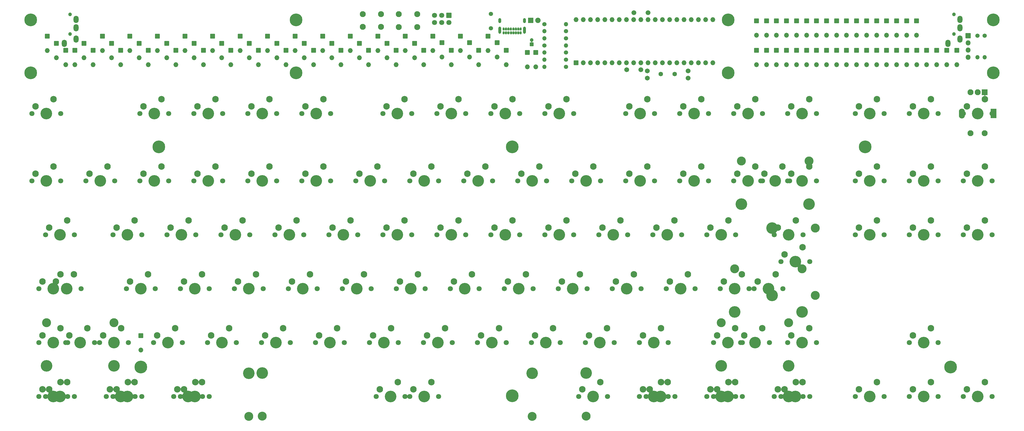
<source format=gbr>
%TF.GenerationSoftware,KiCad,Pcbnew,6.0.10-86aedd382b~118~ubuntu22.10.1*%
%TF.CreationDate,2023-02-22T16:30:12+01:00*%
%TF.ProjectId,mysterium-pcb,6d797374-6572-4697-956d-2d7063622e6b,rev?*%
%TF.SameCoordinates,Original*%
%TF.FileFunction,Soldermask,Bot*%
%TF.FilePolarity,Negative*%
%FSLAX46Y46*%
G04 Gerber Fmt 4.6, Leading zero omitted, Abs format (unit mm)*
G04 Created by KiCad (PCBNEW 6.0.10-86aedd382b~118~ubuntu22.10.1) date 2023-02-22 16:30:12*
%MOMM*%
%LPD*%
G01*
G04 APERTURE LIST*
G04 Aperture macros list*
%AMRoundRect*
0 Rectangle with rounded corners*
0 $1 Rounding radius*
0 $2 $3 $4 $5 $6 $7 $8 $9 X,Y pos of 4 corners*
0 Add a 4 corners polygon primitive as box body*
4,1,4,$2,$3,$4,$5,$6,$7,$8,$9,$2,$3,0*
0 Add four circle primitives for the rounded corners*
1,1,$1+$1,$2,$3*
1,1,$1+$1,$4,$5*
1,1,$1+$1,$6,$7*
1,1,$1+$1,$8,$9*
0 Add four rect primitives between the rounded corners*
20,1,$1+$1,$2,$3,$4,$5,0*
20,1,$1+$1,$4,$5,$6,$7,0*
20,1,$1+$1,$6,$7,$8,$9,0*
20,1,$1+$1,$8,$9,$2,$3,0*%
G04 Aperture macros list end*
%ADD10RoundRect,0.051000X-0.800000X0.800000X-0.800000X-0.800000X0.800000X-0.800000X0.800000X0.800000X0*%
%ADD11O,1.702000X1.702000*%
%ADD12O,1.002000X1.802000*%
%ADD13O,1.002000X2.502000*%
%ADD14O,0.752000X1.102000*%
%ADD15C,4.089800*%
%ADD16C,3.150000*%
%ADD17C,4.102000*%
%ADD18C,1.802000*%
%ADD19C,2.302000*%
%ADD20RoundRect,0.051000X0.600000X-0.600000X0.600000X0.600000X-0.600000X0.600000X-0.600000X-0.600000X0*%
%ADD21C,1.302000*%
%ADD22RoundRect,0.051000X-0.900000X-0.900000X0.900000X-0.900000X0.900000X0.900000X-0.900000X0.900000X0*%
%ADD23C,1.902000*%
%ADD24RoundRect,0.051000X0.800000X-0.800000X0.800000X0.800000X-0.800000X0.800000X-0.800000X-0.800000X0*%
%ADD25C,4.502000*%
%ADD26C,2.102000*%
%ADD27C,1.702000*%
%ADD28C,1.502000*%
%ADD29RoundRect,0.051000X0.850000X0.850000X-0.850000X0.850000X-0.850000X-0.850000X0.850000X-0.850000X0*%
%ADD30O,1.502000X1.502000*%
%ADD31C,3.152000*%
%ADD32C,1.602000*%
%ADD33RoundRect,0.051000X-1.000000X1.000000X-1.000000X-1.000000X1.000000X-1.000000X1.000000X1.000000X0*%
%ADD34RoundRect,0.051000X-1.000000X1.600000X-1.000000X-1.600000X1.000000X-1.600000X1.000000X1.600000X0*%
%ADD35RoundRect,1.051000X0.000000X0.700000X0.000000X-0.700000X0.000000X-0.700000X0.000000X0.700000X0*%
%ADD36RoundRect,0.051000X-0.850000X-0.850000X0.850000X-0.850000X0.850000X0.850000X-0.850000X0.850000X0*%
%ADD37O,1.802000X1.802000*%
%ADD38O,1.802000X2.602000*%
G04 APERTURE END LIST*
D10*
X219367100Y-70802500D03*
D11*
X219367100Y-75882500D03*
D10*
X216420700Y-70802500D03*
D11*
X216420700Y-75882500D03*
D12*
X215341251Y-59537700D03*
D13*
X206691251Y-62917700D03*
X215341251Y-62917700D03*
D12*
X206691251Y-59537700D03*
D14*
X213991251Y-62572700D03*
X213136251Y-62572700D03*
X212286251Y-62572700D03*
X211436251Y-62572700D03*
X210586251Y-62572700D03*
X209736251Y-62572700D03*
X208886251Y-62572700D03*
X208036251Y-62572700D03*
X208041251Y-63897700D03*
X208891251Y-63897700D03*
X209741251Y-63897700D03*
X210591251Y-63897700D03*
X211441251Y-63897700D03*
X212291251Y-63897700D03*
X213141251Y-63897700D03*
X213991251Y-63897700D03*
D10*
X321967188Y-70054948D03*
D11*
X321967188Y-75134948D03*
D10*
X108530629Y-67574655D03*
D11*
X108530629Y-72654655D03*
D10*
X297229706Y-70054948D03*
D11*
X297229706Y-75134948D03*
D10*
X350226818Y-59680499D03*
D11*
X350226818Y-64760499D03*
D10*
X336102892Y-70054948D03*
D11*
X336102892Y-75134948D03*
D10*
X339636818Y-59680499D03*
D11*
X339636818Y-64760499D03*
D10*
X46981402Y-65094362D03*
D11*
X46981402Y-70174362D03*
D10*
X89094031Y-67574655D03*
D11*
X89094031Y-72654655D03*
D10*
X105291196Y-65094362D03*
D11*
X105291196Y-70174362D03*
D10*
X121488361Y-70054948D03*
D11*
X121488361Y-75134948D03*
D10*
X137685526Y-67574655D03*
D11*
X137685526Y-72654655D03*
D10*
X170079856Y-70054948D03*
D11*
X170079856Y-75134948D03*
D10*
X202474222Y-65094362D03*
D11*
X202474222Y-70174362D03*
D10*
X304297558Y-70054948D03*
D11*
X304297558Y-75134948D03*
D10*
X304297558Y-59680499D03*
D11*
X304297558Y-64760499D03*
D10*
X300763632Y-70054948D03*
D11*
X300763632Y-75134948D03*
D10*
X300763632Y-59680499D03*
D11*
X300763632Y-64760499D03*
D10*
X297229706Y-59680499D03*
D11*
X297229706Y-64760499D03*
D10*
X336102892Y-59680499D03*
D11*
X336102892Y-64760499D03*
D10*
X353756818Y-59680499D03*
D11*
X353756818Y-64760499D03*
D10*
X50220835Y-67574655D03*
D11*
X50220835Y-72654655D03*
D10*
X72896866Y-70054948D03*
D11*
X72896866Y-75134948D03*
D10*
X85854598Y-65094362D03*
D11*
X85854598Y-70174362D03*
D10*
X102051763Y-70054948D03*
D11*
X102051763Y-75134948D03*
D10*
X118248928Y-67574655D03*
D11*
X118248928Y-72654655D03*
D10*
X134446093Y-65094362D03*
D11*
X134446093Y-70174362D03*
D10*
X153882691Y-65094362D03*
D11*
X153882691Y-70174362D03*
D10*
X166840423Y-67574655D03*
D11*
X166840423Y-72654655D03*
D10*
X173319289Y-65094362D03*
D11*
X173319289Y-70174362D03*
D10*
X189516466Y-70054948D03*
D11*
X189516466Y-75134948D03*
D10*
X205713661Y-67373500D03*
D11*
X205713661Y-72453500D03*
D10*
X307831484Y-59680499D03*
D11*
X307831484Y-64760499D03*
D10*
X332568966Y-70054948D03*
D11*
X332568966Y-75134948D03*
D10*
X360840374Y-70054948D03*
D11*
X360840374Y-75134948D03*
D10*
X364374300Y-70054948D03*
D11*
X364374300Y-75134948D03*
D10*
X367908226Y-70054948D03*
D11*
X367908226Y-75134948D03*
D10*
X53460268Y-70054948D03*
D11*
X53460268Y-75134948D03*
D10*
X76136299Y-65094362D03*
D11*
X76136299Y-70174362D03*
D10*
X92333464Y-70054948D03*
D11*
X92333464Y-75134948D03*
D10*
X124727794Y-65094362D03*
D11*
X124727794Y-70174362D03*
D10*
X140924959Y-70054948D03*
D11*
X140924959Y-75134948D03*
D10*
X157122124Y-67574655D03*
D11*
X157122124Y-72654655D03*
D10*
X176558722Y-67574655D03*
D11*
X176558722Y-72654655D03*
D10*
X186277027Y-67373500D03*
D11*
X186277027Y-72453500D03*
D10*
X192755905Y-65094362D03*
D11*
X192755905Y-70174362D03*
D10*
X307831484Y-70054948D03*
D11*
X307831484Y-75134948D03*
D10*
X321967188Y-59680499D03*
D11*
X321967188Y-64760499D03*
D10*
X325501114Y-59680499D03*
D11*
X325501114Y-64760499D03*
D10*
X332568966Y-59680499D03*
D11*
X332568966Y-64760499D03*
D10*
X350238596Y-70054948D03*
D11*
X350238596Y-75134948D03*
D10*
X353772522Y-70054948D03*
D11*
X353772522Y-75134948D03*
D10*
X357306448Y-70054948D03*
D11*
X357306448Y-75134948D03*
D10*
X56699701Y-70054948D03*
D11*
X56699701Y-75134948D03*
D10*
X79375732Y-67574655D03*
D11*
X79375732Y-72654655D03*
D10*
X95572897Y-65094362D03*
D11*
X95572897Y-70174362D03*
D10*
X111770062Y-70054948D03*
D11*
X111770062Y-75134948D03*
D10*
X127967227Y-67574655D03*
D11*
X127967227Y-72654655D03*
D10*
X144164392Y-65094362D03*
D11*
X144164392Y-70174362D03*
D10*
X160361557Y-70054948D03*
D11*
X160361557Y-75134948D03*
D10*
X179798155Y-70054948D03*
D11*
X179798155Y-75134948D03*
D10*
X195995344Y-67373500D03*
D11*
X195995344Y-72453500D03*
D10*
X208953100Y-70054948D03*
D11*
X208953100Y-75134948D03*
D10*
X311365410Y-59680499D03*
D11*
X311365410Y-64760499D03*
D10*
X318433262Y-70054948D03*
D11*
X318433262Y-75134948D03*
D10*
X329035040Y-70054948D03*
D11*
X329035040Y-75134948D03*
D10*
X59939134Y-67574655D03*
D11*
X59939134Y-72654655D03*
D10*
X82615165Y-70054948D03*
D11*
X82615165Y-75134948D03*
D10*
X98812330Y-67574655D03*
D11*
X98812330Y-72654655D03*
D10*
X115009495Y-65094362D03*
D11*
X115009495Y-70174362D03*
D10*
X131206660Y-70054948D03*
D11*
X131206660Y-75134948D03*
D10*
X147403825Y-67574655D03*
D11*
X147403825Y-72654655D03*
D10*
X163600990Y-65094362D03*
D11*
X163600990Y-70174362D03*
D10*
X183037588Y-65094362D03*
D11*
X183037588Y-70174362D03*
D10*
X199234783Y-70054948D03*
D11*
X199234783Y-75134948D03*
D10*
X311365410Y-70054948D03*
D11*
X311365410Y-75134948D03*
D10*
X318433262Y-59680499D03*
D11*
X318433262Y-64760499D03*
D10*
X329035040Y-59680499D03*
D11*
X329035040Y-64760499D03*
D10*
X346704670Y-70054948D03*
D11*
X346704670Y-75134948D03*
D10*
X63178567Y-70054948D03*
D11*
X63178567Y-75134948D03*
D10*
X66418000Y-65094362D03*
D11*
X66418000Y-70174362D03*
D10*
X69657433Y-67574655D03*
D11*
X69657433Y-72654655D03*
D10*
X150643258Y-70054948D03*
D11*
X150643258Y-75134948D03*
D10*
X314899336Y-59680499D03*
D11*
X314899336Y-64760499D03*
D10*
X314899336Y-70054948D03*
D11*
X314899336Y-75134948D03*
D10*
X325501114Y-70054948D03*
D11*
X325501114Y-75134948D03*
D10*
X339636818Y-70054948D03*
D11*
X339636818Y-75134948D03*
D10*
X343170744Y-70054948D03*
D11*
X343170744Y-75134948D03*
D10*
X80010000Y-170942000D03*
D11*
X80010000Y-176022000D03*
D10*
X343166818Y-59680499D03*
D11*
X343166818Y-64760499D03*
D10*
X346696818Y-59680499D03*
D11*
X346696818Y-64760499D03*
D15*
X118110000Y-184162700D03*
D16*
X118110000Y-199402700D03*
X218109800Y-199402700D03*
D15*
X218109800Y-184162700D03*
D17*
X65722500Y-116205000D03*
D18*
X60642500Y-116205000D03*
X70802500Y-116205000D03*
D19*
X68262500Y-111125000D03*
X61912500Y-113665000D03*
D18*
X203517500Y-135255000D03*
X213677500Y-135255000D03*
D17*
X208597500Y-135255000D03*
D19*
X211137500Y-130175000D03*
X204787500Y-132715000D03*
D15*
X237172500Y-184150000D03*
D16*
X237172500Y-199390000D03*
X122872500Y-199390000D03*
D15*
X122872500Y-184150000D03*
D20*
X217945459Y-67911544D03*
D21*
X217945459Y-66411544D03*
D22*
X217595499Y-59524900D03*
D23*
X220135499Y-59524900D03*
D24*
X233616500Y-74485500D03*
D11*
X236156500Y-74485500D03*
X238696500Y-74485500D03*
X241236500Y-74485500D03*
X243776500Y-74485500D03*
X246316500Y-74485500D03*
X248856500Y-74485500D03*
X251396500Y-74485500D03*
X253936500Y-74485500D03*
X256476500Y-74485500D03*
X259016500Y-74485500D03*
X261556500Y-74485500D03*
X264096500Y-74485500D03*
X266636500Y-74485500D03*
X269176500Y-74485500D03*
X271716500Y-74485500D03*
X274256500Y-74485500D03*
X276796500Y-74485500D03*
X279336500Y-74485500D03*
X281876500Y-74485500D03*
X281876500Y-59245500D03*
X279336500Y-59245500D03*
X276796500Y-59245500D03*
X274256500Y-59245500D03*
X271716500Y-59245500D03*
X269176500Y-59245500D03*
X266636500Y-59245500D03*
X264096500Y-59245500D03*
X261556500Y-59245500D03*
X259016500Y-59245500D03*
X256476500Y-59245500D03*
X253936500Y-59245500D03*
X251396500Y-59245500D03*
X248856500Y-59245500D03*
X246316500Y-59245500D03*
X243776500Y-59245500D03*
X241236500Y-59245500D03*
X238696500Y-59245500D03*
X236156500Y-59245500D03*
X233616500Y-59245500D03*
D25*
X41147500Y-59313500D03*
X41147500Y-78063500D03*
X380810000Y-78063500D03*
X380810000Y-59313500D03*
X134734300Y-59313500D03*
X211016251Y-104152700D03*
X211016251Y-192163700D03*
X335597500Y-104152700D03*
X86360000Y-104152700D03*
D26*
X177523197Y-57315100D03*
X171023197Y-57315100D03*
X171023197Y-61815100D03*
X177523197Y-61815100D03*
D27*
X273100000Y-79850000D03*
X273100000Y-77350000D03*
X258750000Y-79850000D03*
X258750000Y-77350000D03*
X258940300Y-56756300D03*
X253940300Y-56756300D03*
X256450000Y-76923900D03*
X251450000Y-76923900D03*
D25*
X287223200Y-59313500D03*
D28*
X203515397Y-62278100D03*
X203515397Y-57178100D03*
D29*
X188688397Y-57696100D03*
D18*
X188688397Y-60236100D03*
X186148397Y-57696100D03*
X186148397Y-60236100D03*
X183608397Y-57696100D03*
X183608397Y-60236100D03*
D28*
X229984300Y-65842226D03*
D30*
X222364300Y-65842226D03*
D28*
X222364300Y-68353189D03*
D30*
X229984300Y-68353189D03*
D28*
X229984300Y-70864152D03*
D30*
X222364300Y-70864152D03*
D28*
X229984300Y-73375115D03*
D30*
X222364300Y-73375115D03*
D28*
X229984300Y-75886078D03*
D30*
X222364300Y-75886078D03*
D28*
X229984300Y-63331263D03*
D30*
X222364300Y-63331263D03*
D28*
X222364300Y-60820300D03*
D30*
X229984300Y-60820300D03*
D26*
X164784597Y-57289700D03*
X158284597Y-57289700D03*
X158284597Y-61789700D03*
X164784597Y-61789700D03*
D18*
X41592500Y-92392500D03*
D17*
X46672500Y-92392500D03*
D18*
X51752500Y-92392500D03*
D19*
X49212500Y-87312500D03*
X42862500Y-89852500D03*
D18*
X79692500Y-92392500D03*
X89852500Y-92392500D03*
D17*
X84772500Y-92392500D03*
D19*
X87312500Y-87312500D03*
X80962500Y-89852500D03*
D17*
X103822500Y-92392500D03*
D18*
X108902500Y-92392500D03*
X98742500Y-92392500D03*
D19*
X106362500Y-87312500D03*
X100012500Y-89852500D03*
D17*
X122872500Y-92392500D03*
D18*
X127952500Y-92392500D03*
X117792500Y-92392500D03*
D19*
X125412500Y-87312500D03*
X119062500Y-89852500D03*
D17*
X141922500Y-92392500D03*
D18*
X147002500Y-92392500D03*
X136842500Y-92392500D03*
D19*
X144462500Y-87312500D03*
X138112500Y-89852500D03*
D18*
X165417500Y-92392500D03*
D17*
X170497500Y-92392500D03*
D18*
X175577500Y-92392500D03*
D19*
X173037500Y-87312500D03*
X166687500Y-89852500D03*
D17*
X189547500Y-92392500D03*
D18*
X184467500Y-92392500D03*
X194627500Y-92392500D03*
D19*
X192087500Y-87312500D03*
X185737500Y-89852500D03*
D18*
X203517500Y-92392500D03*
D17*
X208597500Y-92392500D03*
D18*
X213677500Y-92392500D03*
D19*
X211137500Y-87312500D03*
X204787500Y-89852500D03*
D18*
X232727500Y-92392500D03*
X222567500Y-92392500D03*
D17*
X227647500Y-92392500D03*
D19*
X230187500Y-87312500D03*
X223837500Y-89852500D03*
D17*
X256222500Y-92392500D03*
D18*
X261302500Y-92392500D03*
X251142500Y-92392500D03*
D19*
X258762500Y-87312500D03*
X252412500Y-89852500D03*
D18*
X270192500Y-92392500D03*
X280352500Y-92392500D03*
D17*
X275272500Y-92392500D03*
D19*
X277812500Y-87312500D03*
X271462500Y-89852500D03*
D18*
X299402500Y-92392500D03*
X289242500Y-92392500D03*
D17*
X294322500Y-92392500D03*
D19*
X296862500Y-87312500D03*
X290512500Y-89852500D03*
D17*
X313372500Y-92392500D03*
D18*
X308292500Y-92392500D03*
X318452500Y-92392500D03*
D19*
X315912500Y-87312500D03*
X309562500Y-89852500D03*
D17*
X337185000Y-92392500D03*
D18*
X332105000Y-92392500D03*
X342265000Y-92392500D03*
D19*
X339725000Y-87312500D03*
X333375000Y-89852500D03*
D17*
X356235000Y-92392500D03*
D18*
X351155000Y-92392500D03*
X361315000Y-92392500D03*
D19*
X358775000Y-87312500D03*
X352425000Y-89852500D03*
D17*
X375285000Y-92392500D03*
D18*
X380365000Y-92392500D03*
X370205000Y-92392500D03*
D19*
X377825000Y-87312500D03*
X371475000Y-89852500D03*
D18*
X51752500Y-116205000D03*
X41592500Y-116205000D03*
D17*
X46672500Y-116205000D03*
D19*
X49212500Y-111125000D03*
X42862500Y-113665000D03*
D18*
X89852500Y-116205000D03*
D17*
X84772500Y-116205000D03*
D18*
X79692500Y-116205000D03*
D19*
X87312500Y-111125000D03*
X80962500Y-113665000D03*
D18*
X108902500Y-116205000D03*
D17*
X103822500Y-116205000D03*
D18*
X98742500Y-116205000D03*
D19*
X106362500Y-111125000D03*
X100012500Y-113665000D03*
D17*
X122872500Y-116205000D03*
D18*
X117792500Y-116205000D03*
X127952500Y-116205000D03*
D19*
X125412500Y-111125000D03*
X119062500Y-113665000D03*
D17*
X141922500Y-116205000D03*
D18*
X147002500Y-116205000D03*
X136842500Y-116205000D03*
D19*
X144462500Y-111125000D03*
X138112500Y-113665000D03*
D18*
X166052500Y-116205000D03*
X155892500Y-116205000D03*
D17*
X160972500Y-116205000D03*
D19*
X163512500Y-111125000D03*
X157162500Y-113665000D03*
D18*
X174942500Y-116205000D03*
D17*
X180022500Y-116205000D03*
D18*
X185102500Y-116205000D03*
D19*
X182562500Y-111125000D03*
X176212500Y-113665000D03*
D18*
X204152500Y-116205000D03*
D17*
X199072500Y-116205000D03*
D18*
X193992500Y-116205000D03*
D19*
X201612500Y-111125000D03*
X195262500Y-113665000D03*
D18*
X223202500Y-116205000D03*
X213042500Y-116205000D03*
D17*
X218122500Y-116205000D03*
D19*
X220662500Y-111125000D03*
X214312500Y-113665000D03*
D17*
X237172500Y-116205000D03*
D18*
X242252500Y-116205000D03*
X232092500Y-116205000D03*
D19*
X239712500Y-111125000D03*
X233362500Y-113665000D03*
D17*
X256222500Y-116205000D03*
D18*
X251142500Y-116205000D03*
X261302500Y-116205000D03*
D19*
X258762500Y-111125000D03*
X252412500Y-113665000D03*
D18*
X270192500Y-116205000D03*
X280352500Y-116205000D03*
D17*
X275272500Y-116205000D03*
D19*
X277812500Y-111125000D03*
X271462500Y-113665000D03*
D31*
X291947500Y-109205000D03*
D17*
X291947500Y-124445000D03*
X303847500Y-116205000D03*
D18*
X298767500Y-116205000D03*
X308927500Y-116205000D03*
D17*
X315747500Y-124445000D03*
D31*
X315747500Y-109205000D03*
D19*
X306387500Y-111125000D03*
X300037500Y-113665000D03*
D18*
X332105000Y-116205000D03*
X342265000Y-116205000D03*
D17*
X337185000Y-116205000D03*
D19*
X339725000Y-111125000D03*
X333375000Y-113665000D03*
D17*
X356235000Y-116205000D03*
D18*
X351155000Y-116205000D03*
X361315000Y-116205000D03*
D19*
X358775000Y-111125000D03*
X352425000Y-113665000D03*
D17*
X375285000Y-116205000D03*
D18*
X370205000Y-116205000D03*
X380365000Y-116205000D03*
D19*
X377825000Y-111125000D03*
X371475000Y-113665000D03*
D18*
X46355000Y-135255000D03*
X56515000Y-135255000D03*
D17*
X51435000Y-135255000D03*
D19*
X53975000Y-130175000D03*
X47625000Y-132715000D03*
D18*
X80327500Y-135255000D03*
D17*
X75247500Y-135255000D03*
D18*
X70167500Y-135255000D03*
D19*
X77787500Y-130175000D03*
X71437500Y-132715000D03*
D17*
X94297500Y-135255000D03*
D18*
X99377500Y-135255000D03*
X89217500Y-135255000D03*
D19*
X96837500Y-130175000D03*
X90487500Y-132715000D03*
D17*
X113347500Y-135255000D03*
D18*
X118427500Y-135255000D03*
X108267500Y-135255000D03*
D19*
X115887500Y-130175000D03*
X109537500Y-132715000D03*
D17*
X132397500Y-135255000D03*
D18*
X137477500Y-135255000D03*
X127317500Y-135255000D03*
D19*
X134937500Y-130175000D03*
X128587500Y-132715000D03*
D18*
X156527500Y-135255000D03*
X146367500Y-135255000D03*
D17*
X151447500Y-135255000D03*
D19*
X153987500Y-130175000D03*
X147637500Y-132715000D03*
D18*
X175577500Y-135255000D03*
X165417500Y-135255000D03*
D17*
X170497500Y-135255000D03*
D19*
X173037500Y-130175000D03*
X166687500Y-132715000D03*
D17*
X189547500Y-135255000D03*
D18*
X194627500Y-135255000D03*
X184467500Y-135255000D03*
D19*
X192087500Y-130175000D03*
X185737500Y-132715000D03*
D17*
X227647500Y-135255000D03*
D18*
X222567500Y-135255000D03*
X232727500Y-135255000D03*
D19*
X230187500Y-130175000D03*
X223837500Y-132715000D03*
D18*
X251777500Y-135255000D03*
D17*
X246697500Y-135255000D03*
D18*
X241617500Y-135255000D03*
D19*
X249237500Y-130175000D03*
X242887500Y-132715000D03*
D18*
X260667500Y-135255000D03*
D17*
X265747500Y-135255000D03*
D18*
X270827500Y-135255000D03*
D19*
X268287500Y-130175000D03*
X261937500Y-132715000D03*
D17*
X284797500Y-135255000D03*
D18*
X289877500Y-135255000D03*
X279717500Y-135255000D03*
D19*
X287337500Y-130175000D03*
X280987500Y-132715000D03*
D18*
X313690000Y-135255000D03*
X303530000Y-135255000D03*
D17*
X308610000Y-135255000D03*
D19*
X311150000Y-130175000D03*
X304800000Y-132715000D03*
D18*
X342265000Y-135255000D03*
X332105000Y-135255000D03*
D17*
X337185000Y-135255000D03*
D19*
X339725000Y-130175000D03*
X333375000Y-132715000D03*
D18*
X361315000Y-135255000D03*
X351155000Y-135255000D03*
D17*
X356235000Y-135255000D03*
D19*
X358775000Y-130175000D03*
X352425000Y-132715000D03*
D18*
X380365000Y-135255000D03*
D17*
X375285000Y-135255000D03*
D18*
X370205000Y-135255000D03*
D19*
X377825000Y-130175000D03*
X371475000Y-132715000D03*
D17*
X53816250Y-154305000D03*
D18*
X48736250Y-154305000D03*
X58896250Y-154305000D03*
D19*
X56356250Y-149225000D03*
X50006250Y-151765000D03*
D18*
X54133750Y-154305000D03*
X43973750Y-154305000D03*
D17*
X49053750Y-154305000D03*
D19*
X51593750Y-149225000D03*
X45243750Y-151765000D03*
D18*
X85090000Y-154305000D03*
X74930000Y-154305000D03*
D17*
X80010000Y-154305000D03*
D19*
X82550000Y-149225000D03*
X76200000Y-151765000D03*
D18*
X104140000Y-154305000D03*
X93980000Y-154305000D03*
D17*
X99060000Y-154305000D03*
D19*
X101600000Y-149225000D03*
X95250000Y-151765000D03*
D17*
X118110000Y-154305000D03*
D18*
X113030000Y-154305000D03*
X123190000Y-154305000D03*
D19*
X120650000Y-149225000D03*
X114300000Y-151765000D03*
D17*
X137160000Y-154305000D03*
D18*
X142240000Y-154305000D03*
X132080000Y-154305000D03*
D19*
X139700000Y-149225000D03*
X133350000Y-151765000D03*
D17*
X156210000Y-154305000D03*
D18*
X161290000Y-154305000D03*
X151130000Y-154305000D03*
D19*
X158750000Y-149225000D03*
X152400000Y-151765000D03*
D18*
X180340000Y-154305000D03*
D17*
X175260000Y-154305000D03*
D18*
X170180000Y-154305000D03*
D19*
X177800000Y-149225000D03*
X171450000Y-151765000D03*
D18*
X189230000Y-154305000D03*
D17*
X194310000Y-154305000D03*
D18*
X199390000Y-154305000D03*
D19*
X196850000Y-149225000D03*
X190500000Y-151765000D03*
D18*
X208280000Y-154305000D03*
D17*
X213360000Y-154305000D03*
D18*
X218440000Y-154305000D03*
D19*
X215900000Y-149225000D03*
X209550000Y-151765000D03*
D17*
X232410000Y-154305000D03*
D18*
X227330000Y-154305000D03*
X237490000Y-154305000D03*
D19*
X234950000Y-149225000D03*
X228600000Y-151765000D03*
D18*
X246380000Y-154305000D03*
D17*
X251460000Y-154305000D03*
D18*
X256540000Y-154305000D03*
D19*
X254000000Y-149225000D03*
X247650000Y-151765000D03*
D18*
X275590000Y-154305000D03*
X265430000Y-154305000D03*
D17*
X270510000Y-154305000D03*
D19*
X273050000Y-149225000D03*
X266700000Y-151765000D03*
D18*
X296386250Y-154305000D03*
D31*
X313366250Y-147305000D03*
D18*
X306546250Y-154305000D03*
D17*
X301466250Y-154305000D03*
X313366250Y-162545000D03*
X289566250Y-162545000D03*
D31*
X289566250Y-147305000D03*
D19*
X304006250Y-149225000D03*
X297656250Y-151765000D03*
D31*
X70478750Y-166355000D03*
D17*
X70478750Y-181595000D03*
X58578750Y-173355000D03*
D18*
X53498750Y-173355000D03*
D17*
X46678750Y-181595000D03*
D31*
X46678750Y-166355000D03*
D18*
X63658750Y-173355000D03*
D19*
X61118750Y-168275000D03*
X54768750Y-170815000D03*
D18*
X84455000Y-173355000D03*
D17*
X89535000Y-173355000D03*
D18*
X94615000Y-173355000D03*
D19*
X92075000Y-168275000D03*
X85725000Y-170815000D03*
D17*
X108585000Y-173355000D03*
D18*
X103505000Y-173355000D03*
X113665000Y-173355000D03*
D19*
X111125000Y-168275000D03*
X104775000Y-170815000D03*
D17*
X127635000Y-173355000D03*
D18*
X132715000Y-173355000D03*
X122555000Y-173355000D03*
D19*
X130175000Y-168275000D03*
X123825000Y-170815000D03*
D17*
X146685000Y-173355000D03*
D18*
X141605000Y-173355000D03*
X151765000Y-173355000D03*
D19*
X149225000Y-168275000D03*
X142875000Y-170815000D03*
D17*
X165735000Y-173355000D03*
D18*
X160655000Y-173355000D03*
X170815000Y-173355000D03*
D19*
X168275000Y-168275000D03*
X161925000Y-170815000D03*
D18*
X189865000Y-173355000D03*
X179705000Y-173355000D03*
D17*
X184785000Y-173355000D03*
D19*
X187325000Y-168275000D03*
X180975000Y-170815000D03*
D18*
X208915000Y-173355000D03*
D17*
X203835000Y-173355000D03*
D18*
X198755000Y-173355000D03*
D19*
X206375000Y-168275000D03*
X200025000Y-170815000D03*
D18*
X227965000Y-173355000D03*
X217805000Y-173355000D03*
D17*
X222885000Y-173355000D03*
D19*
X225425000Y-168275000D03*
X219075000Y-170815000D03*
D17*
X241935000Y-173355000D03*
D18*
X236855000Y-173355000D03*
X247015000Y-173355000D03*
D19*
X244475000Y-168275000D03*
X238125000Y-170815000D03*
D18*
X255905000Y-173355000D03*
X266065000Y-173355000D03*
D17*
X260985000Y-173355000D03*
D19*
X263525000Y-168275000D03*
X257175000Y-170815000D03*
D18*
X351155000Y-173355000D03*
D17*
X356235000Y-173355000D03*
D18*
X361315000Y-173355000D03*
D19*
X358775000Y-168275000D03*
X352425000Y-170815000D03*
D18*
X56515000Y-192405000D03*
D17*
X51435000Y-192405000D03*
D18*
X46355000Y-192405000D03*
D19*
X53975000Y-187325000D03*
X47625000Y-189865000D03*
D18*
X54133750Y-192405000D03*
X43973750Y-192405000D03*
D17*
X49053750Y-192405000D03*
D19*
X51593750Y-187325000D03*
X45243750Y-189865000D03*
D18*
X77946250Y-192405000D03*
X67786250Y-192405000D03*
D17*
X72866250Y-192405000D03*
D19*
X75406250Y-187325000D03*
X69056250Y-189865000D03*
D17*
X75247500Y-192405000D03*
D18*
X70167500Y-192405000D03*
X80327500Y-192405000D03*
D19*
X77787500Y-187325000D03*
X71437500Y-189865000D03*
D18*
X93980000Y-192405000D03*
X104140000Y-192405000D03*
D17*
X99060000Y-192405000D03*
D19*
X101600000Y-187325000D03*
X95250000Y-189865000D03*
D18*
X101758750Y-192405000D03*
D17*
X96678750Y-192405000D03*
D18*
X91598750Y-192405000D03*
D19*
X99218750Y-187325000D03*
X92868750Y-189865000D03*
D18*
X173196250Y-192405000D03*
X163036250Y-192405000D03*
D17*
X168116250Y-192405000D03*
D19*
X170656250Y-187325000D03*
X164306250Y-189865000D03*
D17*
X180022500Y-192405000D03*
D18*
X185102500Y-192405000D03*
X174942500Y-192405000D03*
D19*
X182562500Y-187325000D03*
X176212500Y-189865000D03*
D18*
X244633750Y-192405000D03*
D17*
X239553750Y-192405000D03*
D18*
X234473750Y-192405000D03*
D19*
X242093750Y-187325000D03*
X235743750Y-189865000D03*
D17*
X260985000Y-192405000D03*
D18*
X266065000Y-192405000D03*
X255905000Y-192405000D03*
D19*
X263525000Y-187325000D03*
X257175000Y-189865000D03*
D18*
X258286250Y-192405000D03*
X268446250Y-192405000D03*
D17*
X263366250Y-192405000D03*
D19*
X265906250Y-187325000D03*
X259556250Y-189865000D03*
D18*
X292258750Y-192405000D03*
D17*
X287178750Y-192405000D03*
D18*
X282098750Y-192405000D03*
D19*
X289718750Y-187325000D03*
X283368750Y-189865000D03*
D17*
X284797500Y-192405000D03*
D18*
X289877500Y-192405000D03*
X279717500Y-192405000D03*
D19*
X287337500Y-187325000D03*
X280987500Y-189865000D03*
D18*
X313690000Y-192405000D03*
X303530000Y-192405000D03*
D17*
X308610000Y-192405000D03*
D19*
X311150000Y-187325000D03*
X304800000Y-189865000D03*
D17*
X310991250Y-192405000D03*
D18*
X305911250Y-192405000D03*
X316071250Y-192405000D03*
D19*
X313531250Y-187325000D03*
X307181250Y-189865000D03*
D17*
X337185000Y-192405000D03*
D18*
X332105000Y-192405000D03*
X342265000Y-192405000D03*
D19*
X339725000Y-187325000D03*
X333375000Y-189865000D03*
D18*
X361315000Y-192405000D03*
D17*
X356235000Y-192405000D03*
D18*
X351155000Y-192405000D03*
D19*
X358775000Y-187325000D03*
X352425000Y-189865000D03*
D17*
X375285000Y-192405000D03*
D18*
X380365000Y-192405000D03*
X370205000Y-192405000D03*
D19*
X377825000Y-187325000D03*
X371475000Y-189865000D03*
D32*
X268377300Y-78447900D03*
X263497300Y-78447900D03*
D31*
X308603750Y-166361350D03*
D17*
X284803750Y-181601350D03*
D18*
X291623750Y-173361350D03*
D17*
X296703750Y-173361350D03*
D18*
X301783750Y-173361350D03*
D31*
X284803750Y-166361350D03*
D17*
X308603750Y-181601350D03*
D19*
X299243750Y-168281350D03*
X292893750Y-170821350D03*
D25*
X134734300Y-78063500D03*
X287223200Y-78063500D03*
D17*
X302751750Y-132880000D03*
D31*
X317991750Y-156680000D03*
D17*
X302751750Y-156680000D03*
X310991750Y-144780000D03*
D18*
X305911750Y-144780000D03*
X316071750Y-144780000D03*
D31*
X317991750Y-132880000D03*
D19*
X313531750Y-139700000D03*
X307181750Y-142240000D03*
D18*
X284480000Y-154305000D03*
D17*
X289560000Y-154305000D03*
D18*
X294640000Y-154305000D03*
D19*
X292100000Y-149225000D03*
X285750000Y-151765000D03*
D18*
X54133750Y-173355000D03*
D17*
X49053750Y-173355000D03*
D18*
X43973750Y-173355000D03*
D19*
X51593750Y-168275000D03*
X45243750Y-170815000D03*
D18*
X65405000Y-173355000D03*
D17*
X70485000Y-173355000D03*
D18*
X75565000Y-173355000D03*
D19*
X73025000Y-168275000D03*
X66675000Y-170815000D03*
D25*
X79998700Y-182037500D03*
D18*
X299402500Y-116205000D03*
D17*
X294322500Y-116205000D03*
D18*
X289242500Y-116205000D03*
D19*
X296862500Y-111125000D03*
X290512500Y-113665000D03*
D18*
X318452500Y-116205000D03*
X308292500Y-116205000D03*
D17*
X313372500Y-116205000D03*
D19*
X315912500Y-111125000D03*
X309562500Y-113665000D03*
D18*
X292258750Y-173355000D03*
D17*
X287178750Y-173355000D03*
D18*
X282098750Y-173355000D03*
D19*
X289718750Y-168275000D03*
X283368750Y-170815000D03*
D18*
X308292500Y-173355000D03*
D17*
X313372500Y-173355000D03*
D18*
X318452500Y-173355000D03*
D19*
X315912500Y-168275000D03*
X309562500Y-170815000D03*
D33*
X377785000Y-84892500D03*
D26*
X372785000Y-84892500D03*
X375285000Y-84892500D03*
D34*
X380885000Y-92392500D03*
D35*
X369685000Y-92392500D03*
D26*
X372785000Y-99392500D03*
X377785000Y-99392500D03*
D28*
X375245400Y-64868400D03*
D30*
X375245400Y-72488400D03*
D28*
X377745400Y-64868400D03*
D30*
X377745400Y-72488400D03*
D36*
X371918000Y-64879600D03*
D37*
X371918000Y-67419600D03*
X371918000Y-69959600D03*
X371918000Y-72499600D03*
D25*
X365758400Y-182016400D03*
D21*
X55048000Y-64330000D03*
X55048000Y-57330000D03*
D38*
X52948000Y-67630000D03*
X57148000Y-59130000D03*
X57148000Y-62130000D03*
X57148000Y-66130000D03*
D21*
X366910000Y-64330000D03*
X366910000Y-57330000D03*
D38*
X364810000Y-67630000D03*
X369010000Y-59130000D03*
X369010000Y-62130000D03*
X369010000Y-66130000D03*
G36*
X259008579Y-192943372D02*
G01*
X259074628Y-193136282D01*
X259074243Y-193138245D01*
X259072351Y-193138893D01*
X259071103Y-193138085D01*
X259031371Y-193081895D01*
X258967160Y-193055940D01*
X258898912Y-193068858D01*
X258894127Y-193071912D01*
X258892129Y-193072001D01*
X258891053Y-193070315D01*
X258891565Y-193068888D01*
X259005201Y-192942682D01*
X259007103Y-192942064D01*
X259008579Y-192943372D01*
G37*
G36*
X47077329Y-192943372D02*
G01*
X47143378Y-193136282D01*
X47142993Y-193138245D01*
X47141101Y-193138893D01*
X47139853Y-193138085D01*
X47100121Y-193081895D01*
X47035910Y-193055940D01*
X46967662Y-193068858D01*
X46962877Y-193071912D01*
X46960879Y-193072001D01*
X46959803Y-193070315D01*
X46960315Y-193068888D01*
X47073951Y-192942682D01*
X47075853Y-192942064D01*
X47077329Y-192943372D01*
G37*
G36*
X306633579Y-192943372D02*
G01*
X306699628Y-193136282D01*
X306699243Y-193138245D01*
X306697351Y-193138893D01*
X306696103Y-193138085D01*
X306656371Y-193081895D01*
X306592160Y-193055940D01*
X306523912Y-193068858D01*
X306519127Y-193071912D01*
X306517129Y-193072001D01*
X306516053Y-193070315D01*
X306516565Y-193068888D01*
X306630201Y-192942682D01*
X306632103Y-192942064D01*
X306633579Y-192943372D01*
G37*
G36*
X70889829Y-192943372D02*
G01*
X70955878Y-193136282D01*
X70955493Y-193138245D01*
X70953601Y-193138893D01*
X70952353Y-193138085D01*
X70912621Y-193081895D01*
X70848410Y-193055940D01*
X70780162Y-193068858D01*
X70775377Y-193071912D01*
X70773379Y-193072001D01*
X70772303Y-193070315D01*
X70772815Y-193068888D01*
X70886451Y-192942682D01*
X70888353Y-192942064D01*
X70889829Y-192943372D01*
G37*
G36*
X282821079Y-192943372D02*
G01*
X282887128Y-193136282D01*
X282886743Y-193138245D01*
X282884851Y-193138893D01*
X282883603Y-193138085D01*
X282843871Y-193081895D01*
X282779660Y-193055940D01*
X282711412Y-193068858D01*
X282706627Y-193071912D01*
X282704629Y-193072001D01*
X282703553Y-193070315D01*
X282704065Y-193068888D01*
X282817701Y-192942682D01*
X282819603Y-192942064D01*
X282821079Y-192943372D01*
G37*
G36*
X94702329Y-192943372D02*
G01*
X94768378Y-193136282D01*
X94767993Y-193138245D01*
X94766101Y-193138893D01*
X94764853Y-193138085D01*
X94725121Y-193081895D01*
X94660910Y-193055940D01*
X94592662Y-193068858D01*
X94587877Y-193071912D01*
X94585879Y-193072001D01*
X94584803Y-193070315D01*
X94585315Y-193068888D01*
X94698951Y-192942682D01*
X94700853Y-192942064D01*
X94702329Y-192943372D01*
G37*
G36*
X77225280Y-192940440D02*
G01*
X77344727Y-193073100D01*
X77345143Y-193075056D01*
X77343657Y-193076394D01*
X77342426Y-193076265D01*
X77293290Y-193054351D01*
X77224829Y-193064816D01*
X77172745Y-193110764D01*
X77163029Y-193130286D01*
X77161362Y-193131391D01*
X77159571Y-193130500D01*
X77159367Y-193128688D01*
X77209042Y-192997228D01*
X77221844Y-192941331D01*
X77223206Y-192939866D01*
X77225280Y-192940440D01*
G37*
G36*
X265344030Y-192940440D02*
G01*
X265463477Y-193073100D01*
X265463893Y-193075056D01*
X265462407Y-193076394D01*
X265461176Y-193076265D01*
X265412040Y-193054351D01*
X265343579Y-193064816D01*
X265291495Y-193110764D01*
X265281779Y-193130286D01*
X265280112Y-193131391D01*
X265278321Y-193130500D01*
X265278117Y-193128688D01*
X265327792Y-192997228D01*
X265340594Y-192941331D01*
X265341956Y-192939866D01*
X265344030Y-192940440D01*
G37*
G36*
X101037780Y-192940440D02*
G01*
X101157227Y-193073100D01*
X101157643Y-193075056D01*
X101156157Y-193076394D01*
X101154926Y-193076265D01*
X101105790Y-193054351D01*
X101037329Y-193064816D01*
X100985245Y-193110764D01*
X100975529Y-193130286D01*
X100973862Y-193131391D01*
X100972071Y-193130500D01*
X100971867Y-193128688D01*
X101021542Y-192997228D01*
X101034344Y-192941331D01*
X101035706Y-192939866D01*
X101037780Y-192940440D01*
G37*
G36*
X289156530Y-192940440D02*
G01*
X289275977Y-193073100D01*
X289276393Y-193075056D01*
X289274907Y-193076394D01*
X289273676Y-193076265D01*
X289224540Y-193054351D01*
X289156079Y-193064816D01*
X289103995Y-193110764D01*
X289094279Y-193130286D01*
X289092612Y-193131391D01*
X289090821Y-193130500D01*
X289090617Y-193128688D01*
X289140292Y-192997228D01*
X289153094Y-192941331D01*
X289154456Y-192939866D01*
X289156530Y-192940440D01*
G37*
G36*
X312969030Y-192940440D02*
G01*
X313088477Y-193073100D01*
X313088893Y-193075056D01*
X313087407Y-193076394D01*
X313086176Y-193076265D01*
X313037040Y-193054351D01*
X312968579Y-193064816D01*
X312916495Y-193110764D01*
X312906779Y-193130286D01*
X312905112Y-193131391D01*
X312903321Y-193130500D01*
X312903117Y-193128688D01*
X312952792Y-192997228D01*
X312965594Y-192941331D01*
X312966956Y-192939866D01*
X312969030Y-192940440D01*
G37*
G36*
X53412780Y-192940440D02*
G01*
X53532227Y-193073100D01*
X53532643Y-193075056D01*
X53531157Y-193076394D01*
X53529926Y-193076265D01*
X53480790Y-193054351D01*
X53412329Y-193064816D01*
X53360245Y-193110764D01*
X53350529Y-193130286D01*
X53348862Y-193131391D01*
X53347071Y-193130500D01*
X53346867Y-193128688D01*
X53396542Y-192997228D01*
X53409344Y-192941331D01*
X53410706Y-192939866D01*
X53412780Y-192940440D01*
G37*
G36*
X174070861Y-192616184D02*
G01*
X174071277Y-192616904D01*
X174121233Y-192770652D01*
X174201251Y-192909248D01*
X174201251Y-192911248D01*
X174199519Y-192912248D01*
X174197952Y-192911490D01*
X174184086Y-192893995D01*
X174183874Y-192893667D01*
X174177638Y-192881533D01*
X174129703Y-192831132D01*
X174062418Y-192814718D01*
X173996871Y-192837311D01*
X173961055Y-192876938D01*
X173933748Y-192925006D01*
X173933523Y-192925325D01*
X173931323Y-192927873D01*
X173929434Y-192928531D01*
X173927920Y-192927223D01*
X173928077Y-192925566D01*
X174017517Y-192770652D01*
X174067473Y-192616904D01*
X174068959Y-192615566D01*
X174070861Y-192616184D01*
G37*
G36*
X174207675Y-191888196D02*
G01*
X174207528Y-191889880D01*
X174121233Y-192039348D01*
X174071277Y-192193096D01*
X174069791Y-192194434D01*
X174067889Y-192193816D01*
X174067473Y-192193096D01*
X174017517Y-192039348D01*
X173934362Y-191895319D01*
X173934362Y-191893319D01*
X173936094Y-191892319D01*
X173937644Y-191893055D01*
X173947763Y-191905462D01*
X173947979Y-191905787D01*
X173961058Y-191930386D01*
X174009693Y-191980113D01*
X174077200Y-191995585D01*
X174142427Y-191972078D01*
X174177684Y-191931957D01*
X174197813Y-191895342D01*
X174198034Y-191895019D01*
X174204264Y-191887594D01*
X174206143Y-191886910D01*
X174207675Y-191888196D01*
G37*
G36*
X47142085Y-191677970D02*
G01*
X47142310Y-191679782D01*
X47086113Y-191833347D01*
X47078610Y-191867759D01*
X47077264Y-191869238D01*
X47075170Y-191868671D01*
X46956490Y-191736864D01*
X46956074Y-191734908D01*
X46957560Y-191733570D01*
X46958765Y-191733688D01*
X47009615Y-191755520D01*
X47077927Y-191744100D01*
X47129364Y-191697428D01*
X47138631Y-191678226D01*
X47140284Y-191677100D01*
X47142085Y-191677970D01*
G37*
G36*
X70954585Y-191677970D02*
G01*
X70954810Y-191679782D01*
X70898613Y-191833347D01*
X70891110Y-191867759D01*
X70889764Y-191869238D01*
X70887670Y-191868671D01*
X70768990Y-191736864D01*
X70768574Y-191734908D01*
X70770060Y-191733570D01*
X70771265Y-191733688D01*
X70822115Y-191755520D01*
X70890427Y-191744100D01*
X70941864Y-191697428D01*
X70951131Y-191678226D01*
X70952784Y-191677100D01*
X70954585Y-191677970D01*
G37*
G36*
X94767085Y-191677970D02*
G01*
X94767310Y-191679782D01*
X94711113Y-191833347D01*
X94703610Y-191867759D01*
X94702264Y-191869238D01*
X94700170Y-191868671D01*
X94581490Y-191736864D01*
X94581074Y-191734908D01*
X94582560Y-191733570D01*
X94583765Y-191733688D01*
X94634615Y-191755520D01*
X94702927Y-191744100D01*
X94754364Y-191697428D01*
X94763631Y-191678226D01*
X94765284Y-191677100D01*
X94767085Y-191677970D01*
G37*
G36*
X306698335Y-191677970D02*
G01*
X306698560Y-191679782D01*
X306642363Y-191833347D01*
X306634860Y-191867759D01*
X306633514Y-191869238D01*
X306631420Y-191868671D01*
X306512740Y-191736864D01*
X306512324Y-191734908D01*
X306513810Y-191733570D01*
X306515015Y-191733688D01*
X306565865Y-191755520D01*
X306634177Y-191744100D01*
X306685614Y-191697428D01*
X306694881Y-191678226D01*
X306696534Y-191677100D01*
X306698335Y-191677970D01*
G37*
G36*
X259073335Y-191677970D02*
G01*
X259073560Y-191679782D01*
X259017363Y-191833347D01*
X259009860Y-191867759D01*
X259008514Y-191869238D01*
X259006420Y-191868671D01*
X258887740Y-191736864D01*
X258887324Y-191734908D01*
X258888810Y-191733570D01*
X258890015Y-191733688D01*
X258940865Y-191755520D01*
X259009177Y-191744100D01*
X259060614Y-191697428D01*
X259069881Y-191678226D01*
X259071534Y-191677100D01*
X259073335Y-191677970D01*
G37*
G36*
X282885835Y-191677970D02*
G01*
X282886060Y-191679782D01*
X282829863Y-191833347D01*
X282822360Y-191867759D01*
X282821014Y-191869238D01*
X282818920Y-191868671D01*
X282700240Y-191736864D01*
X282699824Y-191734908D01*
X282701310Y-191733570D01*
X282702515Y-191733688D01*
X282753365Y-191755520D01*
X282821677Y-191744100D01*
X282873114Y-191697428D01*
X282882381Y-191678226D01*
X282884034Y-191677100D01*
X282885835Y-191677970D01*
G37*
G36*
X100973999Y-191674175D02*
G01*
X101014318Y-191729947D01*
X101078796Y-191755228D01*
X101146904Y-191741595D01*
X101148864Y-191740310D01*
X101150860Y-191740197D01*
X101151957Y-191741870D01*
X101151446Y-191743321D01*
X101039578Y-191867562D01*
X101037676Y-191868180D01*
X101036190Y-191866842D01*
X101036134Y-191866630D01*
X101033516Y-191853985D01*
X100970493Y-191676015D01*
X100970857Y-191674048D01*
X100972742Y-191673380D01*
X100973999Y-191674175D01*
G37*
G36*
X312905249Y-191674175D02*
G01*
X312945568Y-191729947D01*
X313010046Y-191755228D01*
X313078154Y-191741595D01*
X313080114Y-191740310D01*
X313082110Y-191740197D01*
X313083207Y-191741870D01*
X313082696Y-191743321D01*
X312970828Y-191867562D01*
X312968926Y-191868180D01*
X312967440Y-191866842D01*
X312967384Y-191866630D01*
X312964766Y-191853985D01*
X312901743Y-191676015D01*
X312902107Y-191674048D01*
X312903992Y-191673380D01*
X312905249Y-191674175D01*
G37*
G36*
X77161499Y-191674175D02*
G01*
X77201818Y-191729947D01*
X77266296Y-191755228D01*
X77334404Y-191741595D01*
X77336364Y-191740310D01*
X77338360Y-191740197D01*
X77339457Y-191741870D01*
X77338946Y-191743321D01*
X77227078Y-191867562D01*
X77225176Y-191868180D01*
X77223690Y-191866842D01*
X77223634Y-191866630D01*
X77221016Y-191853985D01*
X77157993Y-191676015D01*
X77158357Y-191674048D01*
X77160242Y-191673380D01*
X77161499Y-191674175D01*
G37*
G36*
X53348999Y-191674175D02*
G01*
X53389318Y-191729947D01*
X53453796Y-191755228D01*
X53521904Y-191741595D01*
X53523864Y-191740310D01*
X53525860Y-191740197D01*
X53526957Y-191741870D01*
X53526446Y-191743321D01*
X53414578Y-191867562D01*
X53412676Y-191868180D01*
X53411190Y-191866842D01*
X53411134Y-191866630D01*
X53408516Y-191853985D01*
X53345493Y-191676015D01*
X53345857Y-191674048D01*
X53347742Y-191673380D01*
X53348999Y-191674175D01*
G37*
G36*
X265280249Y-191674175D02*
G01*
X265320568Y-191729947D01*
X265385046Y-191755228D01*
X265453154Y-191741595D01*
X265455114Y-191740310D01*
X265457110Y-191740197D01*
X265458207Y-191741870D01*
X265457696Y-191743321D01*
X265345828Y-191867562D01*
X265343926Y-191868180D01*
X265342440Y-191866842D01*
X265342384Y-191866630D01*
X265339766Y-191853985D01*
X265276743Y-191676015D01*
X265277107Y-191674048D01*
X265278992Y-191673380D01*
X265280249Y-191674175D01*
G37*
G36*
X289092749Y-191674175D02*
G01*
X289133068Y-191729947D01*
X289197546Y-191755228D01*
X289265654Y-191741595D01*
X289267614Y-191740310D01*
X289269610Y-191740197D01*
X289270707Y-191741870D01*
X289270196Y-191743321D01*
X289158328Y-191867562D01*
X289156426Y-191868180D01*
X289154940Y-191866842D01*
X289154884Y-191866630D01*
X289152266Y-191853985D01*
X289089243Y-191676015D01*
X289089607Y-191674048D01*
X289091492Y-191673380D01*
X289092749Y-191674175D01*
G37*
G36*
X283218780Y-191004162D02*
G01*
X283301004Y-191007393D01*
X283302695Y-191008460D01*
X283302616Y-191010458D01*
X283302376Y-191010768D01*
X283218719Y-191098924D01*
X283166133Y-191172106D01*
X283164310Y-191172929D01*
X283162686Y-191171762D01*
X283162622Y-191170277D01*
X283185407Y-191105344D01*
X283169367Y-191037967D01*
X283119313Y-190989830D01*
X283094388Y-190980132D01*
X283093993Y-190980026D01*
X283092578Y-190978613D01*
X283093095Y-190976680D01*
X283094951Y-190976143D01*
X283218780Y-191004162D01*
G37*
G36*
X71287530Y-191004162D02*
G01*
X71369754Y-191007393D01*
X71371445Y-191008460D01*
X71371366Y-191010458D01*
X71371126Y-191010768D01*
X71287469Y-191098924D01*
X71234883Y-191172106D01*
X71233060Y-191172929D01*
X71231436Y-191171762D01*
X71231372Y-191170277D01*
X71254157Y-191105344D01*
X71238117Y-191037967D01*
X71188063Y-190989830D01*
X71163138Y-190980132D01*
X71162743Y-190980026D01*
X71161328Y-190978613D01*
X71161845Y-190976680D01*
X71163701Y-190976143D01*
X71287530Y-191004162D01*
G37*
G36*
X259406280Y-191004162D02*
G01*
X259488504Y-191007393D01*
X259490195Y-191008460D01*
X259490116Y-191010458D01*
X259489876Y-191010768D01*
X259406219Y-191098924D01*
X259353633Y-191172106D01*
X259351810Y-191172929D01*
X259350186Y-191171762D01*
X259350122Y-191170277D01*
X259372907Y-191105344D01*
X259356867Y-191037967D01*
X259306813Y-190989830D01*
X259281888Y-190980132D01*
X259281493Y-190980026D01*
X259280078Y-190978613D01*
X259280595Y-190976680D01*
X259282451Y-190976143D01*
X259406280Y-191004162D01*
G37*
G36*
X307031280Y-191004162D02*
G01*
X307113504Y-191007393D01*
X307115195Y-191008460D01*
X307115116Y-191010458D01*
X307114876Y-191010768D01*
X307031219Y-191098924D01*
X306978633Y-191172106D01*
X306976810Y-191172929D01*
X306975186Y-191171762D01*
X306975122Y-191170277D01*
X306997907Y-191105344D01*
X306981867Y-191037967D01*
X306931813Y-190989830D01*
X306906888Y-190980132D01*
X306906493Y-190980026D01*
X306905078Y-190978613D01*
X306905595Y-190976680D01*
X306907451Y-190976143D01*
X307031280Y-191004162D01*
G37*
G36*
X95100030Y-191004162D02*
G01*
X95182254Y-191007393D01*
X95183945Y-191008460D01*
X95183866Y-191010458D01*
X95183626Y-191010768D01*
X95099969Y-191098924D01*
X95047383Y-191172106D01*
X95045560Y-191172929D01*
X95043936Y-191171762D01*
X95043872Y-191170277D01*
X95066657Y-191105344D01*
X95050617Y-191037967D01*
X95000563Y-190989830D01*
X94975638Y-190980132D01*
X94975243Y-190980026D01*
X94973828Y-190978613D01*
X94974345Y-190976680D01*
X94976201Y-190976143D01*
X95100030Y-191004162D01*
G37*
G36*
X47475030Y-191004162D02*
G01*
X47557254Y-191007393D01*
X47558945Y-191008460D01*
X47558866Y-191010458D01*
X47558626Y-191010768D01*
X47474969Y-191098924D01*
X47422383Y-191172106D01*
X47420560Y-191172929D01*
X47418936Y-191171762D01*
X47418872Y-191170277D01*
X47441657Y-191105344D01*
X47425617Y-191037967D01*
X47375563Y-190989830D01*
X47350638Y-190980132D01*
X47350243Y-190980026D01*
X47348828Y-190978613D01*
X47349345Y-190976680D01*
X47351201Y-190976143D01*
X47475030Y-191004162D01*
G37*
G36*
X308280027Y-190196967D02*
G01*
X308280455Y-190198804D01*
X308277081Y-190211395D01*
X308278736Y-190280931D01*
X308317556Y-190338286D01*
X308381380Y-190365618D01*
X308409792Y-190365449D01*
X308411530Y-190366439D01*
X308411542Y-190368439D01*
X308410065Y-190369432D01*
X308205000Y-190396429D01*
X308197812Y-190398396D01*
X308195877Y-190397889D01*
X308195349Y-190395960D01*
X308195539Y-190395490D01*
X308230906Y-190332338D01*
X308276629Y-190197643D01*
X308278133Y-190196324D01*
X308280027Y-190196967D01*
G37*
G36*
X260655027Y-190196967D02*
G01*
X260655455Y-190198804D01*
X260652081Y-190211395D01*
X260653736Y-190280931D01*
X260692556Y-190338286D01*
X260756380Y-190365618D01*
X260784792Y-190365449D01*
X260786530Y-190366439D01*
X260786542Y-190368439D01*
X260785065Y-190369432D01*
X260580000Y-190396429D01*
X260572812Y-190398396D01*
X260570877Y-190397889D01*
X260570349Y-190395960D01*
X260570539Y-190395490D01*
X260605906Y-190332338D01*
X260651629Y-190197643D01*
X260653133Y-190196324D01*
X260655027Y-190196967D01*
G37*
G36*
X48723777Y-190196967D02*
G01*
X48724205Y-190198804D01*
X48720831Y-190211395D01*
X48722486Y-190280931D01*
X48761306Y-190338286D01*
X48825130Y-190365618D01*
X48853542Y-190365449D01*
X48855280Y-190366439D01*
X48855292Y-190368439D01*
X48853815Y-190369432D01*
X48648750Y-190396429D01*
X48641562Y-190398396D01*
X48639627Y-190397889D01*
X48639099Y-190395960D01*
X48639289Y-190395490D01*
X48674656Y-190332338D01*
X48720379Y-190197643D01*
X48721883Y-190196324D01*
X48723777Y-190196967D01*
G37*
G36*
X96348777Y-190196967D02*
G01*
X96349205Y-190198804D01*
X96345831Y-190211395D01*
X96347486Y-190280931D01*
X96386306Y-190338286D01*
X96450130Y-190365618D01*
X96478542Y-190365449D01*
X96480280Y-190366439D01*
X96480292Y-190368439D01*
X96478815Y-190369432D01*
X96273750Y-190396429D01*
X96266562Y-190398396D01*
X96264627Y-190397889D01*
X96264099Y-190395960D01*
X96264289Y-190395490D01*
X96299656Y-190332338D01*
X96345379Y-190197643D01*
X96346883Y-190196324D01*
X96348777Y-190196967D01*
G37*
G36*
X72536277Y-190196967D02*
G01*
X72536705Y-190198804D01*
X72533331Y-190211395D01*
X72534986Y-190280931D01*
X72573806Y-190338286D01*
X72637630Y-190365618D01*
X72666042Y-190365449D01*
X72667780Y-190366439D01*
X72667792Y-190368439D01*
X72666315Y-190369432D01*
X72461250Y-190396429D01*
X72454062Y-190398396D01*
X72452127Y-190397889D01*
X72451599Y-190395960D01*
X72451789Y-190395490D01*
X72487156Y-190332338D01*
X72532879Y-190197643D01*
X72534383Y-190196324D01*
X72536277Y-190196967D01*
G37*
G36*
X284467527Y-190196967D02*
G01*
X284467955Y-190198804D01*
X284464581Y-190211395D01*
X284466236Y-190280931D01*
X284505056Y-190338286D01*
X284568880Y-190365618D01*
X284597292Y-190365449D01*
X284599030Y-190366439D01*
X284599042Y-190368439D01*
X284597565Y-190369432D01*
X284392500Y-190396429D01*
X284385312Y-190398396D01*
X284383377Y-190397889D01*
X284382849Y-190395960D01*
X284383039Y-190395490D01*
X284418406Y-190332338D01*
X284464129Y-190197643D01*
X284465633Y-190196324D01*
X284467527Y-190196967D01*
G37*
G36*
X46554984Y-189450015D02*
G01*
X46555256Y-189451755D01*
X46501116Y-189626112D01*
X46476402Y-189834920D01*
X46490155Y-190044746D01*
X46541913Y-190248541D01*
X46584361Y-190340618D01*
X46584178Y-190342609D01*
X46582362Y-190343447D01*
X46580732Y-190342300D01*
X46545972Y-190267757D01*
X46500004Y-190215551D01*
X46433400Y-190196567D01*
X46367096Y-190216609D01*
X46322782Y-190267748D01*
X46310875Y-190293284D01*
X46309236Y-190294431D01*
X46307424Y-190293586D01*
X46307168Y-190291796D01*
X46360996Y-190133225D01*
X46391177Y-189925069D01*
X46392748Y-189865072D01*
X46373501Y-189655612D01*
X46319557Y-189464341D01*
X46320049Y-189462402D01*
X46321974Y-189461860D01*
X46322983Y-189462476D01*
X46368746Y-189514449D01*
X46435350Y-189533433D01*
X46501654Y-189513391D01*
X46545968Y-189462252D01*
X46551533Y-189450317D01*
X46553172Y-189449170D01*
X46554984Y-189450015D01*
G37*
G36*
X94179984Y-189450015D02*
G01*
X94180256Y-189451755D01*
X94126116Y-189626112D01*
X94101402Y-189834920D01*
X94115155Y-190044746D01*
X94166913Y-190248541D01*
X94209361Y-190340618D01*
X94209178Y-190342609D01*
X94207362Y-190343447D01*
X94205732Y-190342300D01*
X94170972Y-190267757D01*
X94125004Y-190215551D01*
X94058400Y-190196567D01*
X93992096Y-190216609D01*
X93947782Y-190267748D01*
X93935875Y-190293284D01*
X93934236Y-190294431D01*
X93932424Y-190293586D01*
X93932168Y-190291796D01*
X93985996Y-190133225D01*
X94016177Y-189925069D01*
X94017748Y-189865072D01*
X93998501Y-189655612D01*
X93944557Y-189464341D01*
X93945049Y-189462402D01*
X93946974Y-189461860D01*
X93947983Y-189462476D01*
X93993746Y-189514449D01*
X94060350Y-189533433D01*
X94126654Y-189513391D01*
X94170968Y-189462252D01*
X94176533Y-189450317D01*
X94178172Y-189449170D01*
X94179984Y-189450015D01*
G37*
G36*
X70367484Y-189450015D02*
G01*
X70367756Y-189451755D01*
X70313616Y-189626112D01*
X70288902Y-189834920D01*
X70302655Y-190044746D01*
X70354413Y-190248541D01*
X70396861Y-190340618D01*
X70396678Y-190342609D01*
X70394862Y-190343447D01*
X70393232Y-190342300D01*
X70358472Y-190267757D01*
X70312504Y-190215551D01*
X70245900Y-190196567D01*
X70179596Y-190216609D01*
X70135282Y-190267748D01*
X70123375Y-190293284D01*
X70121736Y-190294431D01*
X70119924Y-190293586D01*
X70119668Y-190291796D01*
X70173496Y-190133225D01*
X70203677Y-189925069D01*
X70205248Y-189865072D01*
X70186001Y-189655612D01*
X70132057Y-189464341D01*
X70132549Y-189462402D01*
X70134474Y-189461860D01*
X70135483Y-189462476D01*
X70181246Y-189514449D01*
X70247850Y-189533433D01*
X70314154Y-189513391D01*
X70358468Y-189462252D01*
X70364033Y-189450317D01*
X70365672Y-189449170D01*
X70367484Y-189450015D01*
G37*
G36*
X282298734Y-189450015D02*
G01*
X282299006Y-189451755D01*
X282244866Y-189626112D01*
X282220152Y-189834920D01*
X282233905Y-190044746D01*
X282285663Y-190248541D01*
X282328111Y-190340618D01*
X282327928Y-190342609D01*
X282326112Y-190343447D01*
X282324482Y-190342300D01*
X282289722Y-190267757D01*
X282243754Y-190215551D01*
X282177150Y-190196567D01*
X282110846Y-190216609D01*
X282066532Y-190267748D01*
X282054625Y-190293284D01*
X282052986Y-190294431D01*
X282051174Y-190293586D01*
X282050918Y-190291796D01*
X282104746Y-190133225D01*
X282134927Y-189925069D01*
X282136498Y-189865072D01*
X282117251Y-189655612D01*
X282063307Y-189464341D01*
X282063799Y-189462402D01*
X282065724Y-189461860D01*
X282066733Y-189462476D01*
X282112496Y-189514449D01*
X282179100Y-189533433D01*
X282245404Y-189513391D01*
X282289718Y-189462252D01*
X282295283Y-189450317D01*
X282296922Y-189449170D01*
X282298734Y-189450015D01*
G37*
G36*
X258486234Y-189450015D02*
G01*
X258486506Y-189451755D01*
X258432366Y-189626112D01*
X258407652Y-189834920D01*
X258421405Y-190044746D01*
X258473163Y-190248541D01*
X258515611Y-190340618D01*
X258515428Y-190342609D01*
X258513612Y-190343447D01*
X258511982Y-190342300D01*
X258477222Y-190267757D01*
X258431254Y-190215551D01*
X258364650Y-190196567D01*
X258298346Y-190216609D01*
X258254032Y-190267748D01*
X258242125Y-190293284D01*
X258240486Y-190294431D01*
X258238674Y-190293586D01*
X258238418Y-190291796D01*
X258292246Y-190133225D01*
X258322427Y-189925069D01*
X258323998Y-189865072D01*
X258304751Y-189655612D01*
X258250807Y-189464341D01*
X258251299Y-189462402D01*
X258253224Y-189461860D01*
X258254233Y-189462476D01*
X258299996Y-189514449D01*
X258366600Y-189533433D01*
X258432904Y-189513391D01*
X258477218Y-189462252D01*
X258482783Y-189450317D01*
X258484422Y-189449170D01*
X258486234Y-189450015D01*
G37*
G36*
X306111234Y-189450015D02*
G01*
X306111506Y-189451755D01*
X306057366Y-189626112D01*
X306032652Y-189834920D01*
X306046405Y-190044746D01*
X306098163Y-190248541D01*
X306140611Y-190340618D01*
X306140428Y-190342609D01*
X306138612Y-190343447D01*
X306136982Y-190342300D01*
X306102222Y-190267757D01*
X306056254Y-190215551D01*
X305989650Y-190196567D01*
X305923346Y-190216609D01*
X305879032Y-190267748D01*
X305867125Y-190293284D01*
X305865486Y-190294431D01*
X305863674Y-190293586D01*
X305863418Y-190291796D01*
X305917246Y-190133225D01*
X305947427Y-189925069D01*
X305948998Y-189865072D01*
X305929751Y-189655612D01*
X305875807Y-189464341D01*
X305876299Y-189462402D01*
X305878224Y-189461860D01*
X305879233Y-189462476D01*
X305924996Y-189514449D01*
X305991600Y-189533433D01*
X306057904Y-189513391D01*
X306102218Y-189462252D01*
X306107783Y-189450317D01*
X306109422Y-189449170D01*
X306111234Y-189450015D01*
G37*
G36*
X264836234Y-186910015D02*
G01*
X264836506Y-186911755D01*
X264782366Y-187086112D01*
X264757652Y-187294920D01*
X264771405Y-187504746D01*
X264823163Y-187708541D01*
X264865611Y-187800618D01*
X264865428Y-187802609D01*
X264863612Y-187803447D01*
X264861982Y-187802300D01*
X264827222Y-187727757D01*
X264781254Y-187675551D01*
X264714650Y-187656567D01*
X264648346Y-187676609D01*
X264604032Y-187727748D01*
X264592125Y-187753284D01*
X264590486Y-187754431D01*
X264588674Y-187753586D01*
X264588418Y-187751796D01*
X264642246Y-187593225D01*
X264672427Y-187385069D01*
X264673998Y-187325072D01*
X264654751Y-187115612D01*
X264600807Y-186924341D01*
X264601299Y-186922402D01*
X264603224Y-186921860D01*
X264604233Y-186922476D01*
X264649996Y-186974449D01*
X264716600Y-186993433D01*
X264782904Y-186973391D01*
X264827218Y-186922252D01*
X264832783Y-186910317D01*
X264834422Y-186909170D01*
X264836234Y-186910015D01*
G37*
G36*
X52904984Y-186910015D02*
G01*
X52905256Y-186911755D01*
X52851116Y-187086112D01*
X52826402Y-187294920D01*
X52840155Y-187504746D01*
X52891913Y-187708541D01*
X52934361Y-187800618D01*
X52934178Y-187802609D01*
X52932362Y-187803447D01*
X52930732Y-187802300D01*
X52895972Y-187727757D01*
X52850004Y-187675551D01*
X52783400Y-187656567D01*
X52717096Y-187676609D01*
X52672782Y-187727748D01*
X52660875Y-187753284D01*
X52659236Y-187754431D01*
X52657424Y-187753586D01*
X52657168Y-187751796D01*
X52710996Y-187593225D01*
X52741177Y-187385069D01*
X52742748Y-187325072D01*
X52723501Y-187115612D01*
X52669557Y-186924341D01*
X52670049Y-186922402D01*
X52671974Y-186921860D01*
X52672983Y-186922476D01*
X52718746Y-186974449D01*
X52785350Y-186993433D01*
X52851654Y-186973391D01*
X52895968Y-186922252D01*
X52901533Y-186910317D01*
X52903172Y-186909170D01*
X52904984Y-186910015D01*
G37*
G36*
X76717484Y-186910015D02*
G01*
X76717756Y-186911755D01*
X76663616Y-187086112D01*
X76638902Y-187294920D01*
X76652655Y-187504746D01*
X76704413Y-187708541D01*
X76746861Y-187800618D01*
X76746678Y-187802609D01*
X76744862Y-187803447D01*
X76743232Y-187802300D01*
X76708472Y-187727757D01*
X76662504Y-187675551D01*
X76595900Y-187656567D01*
X76529596Y-187676609D01*
X76485282Y-187727748D01*
X76473375Y-187753284D01*
X76471736Y-187754431D01*
X76469924Y-187753586D01*
X76469668Y-187751796D01*
X76523496Y-187593225D01*
X76553677Y-187385069D01*
X76555248Y-187325072D01*
X76536001Y-187115612D01*
X76482057Y-186924341D01*
X76482549Y-186922402D01*
X76484474Y-186921860D01*
X76485483Y-186922476D01*
X76531246Y-186974449D01*
X76597850Y-186993433D01*
X76664154Y-186973391D01*
X76708468Y-186922252D01*
X76714033Y-186910317D01*
X76715672Y-186909170D01*
X76717484Y-186910015D01*
G37*
G36*
X100529984Y-186910015D02*
G01*
X100530256Y-186911755D01*
X100476116Y-187086112D01*
X100451402Y-187294920D01*
X100465155Y-187504746D01*
X100516913Y-187708541D01*
X100559361Y-187800618D01*
X100559178Y-187802609D01*
X100557362Y-187803447D01*
X100555732Y-187802300D01*
X100520972Y-187727757D01*
X100475004Y-187675551D01*
X100408400Y-187656567D01*
X100342096Y-187676609D01*
X100297782Y-187727748D01*
X100285875Y-187753284D01*
X100284236Y-187754431D01*
X100282424Y-187753586D01*
X100282168Y-187751796D01*
X100335996Y-187593225D01*
X100366177Y-187385069D01*
X100367748Y-187325072D01*
X100348501Y-187115612D01*
X100294557Y-186924341D01*
X100295049Y-186922402D01*
X100296974Y-186921860D01*
X100297983Y-186922476D01*
X100343746Y-186974449D01*
X100410350Y-186993433D01*
X100476654Y-186973391D01*
X100520968Y-186922252D01*
X100526533Y-186910317D01*
X100528172Y-186909170D01*
X100529984Y-186910015D01*
G37*
G36*
X288648734Y-186910015D02*
G01*
X288649006Y-186911755D01*
X288594866Y-187086112D01*
X288570152Y-187294920D01*
X288583905Y-187504746D01*
X288635663Y-187708541D01*
X288678111Y-187800618D01*
X288677928Y-187802609D01*
X288676112Y-187803447D01*
X288674482Y-187802300D01*
X288639722Y-187727757D01*
X288593754Y-187675551D01*
X288527150Y-187656567D01*
X288460846Y-187676609D01*
X288416532Y-187727748D01*
X288404625Y-187753284D01*
X288402986Y-187754431D01*
X288401174Y-187753586D01*
X288400918Y-187751796D01*
X288454746Y-187593225D01*
X288484927Y-187385069D01*
X288486498Y-187325072D01*
X288467251Y-187115612D01*
X288413307Y-186924341D01*
X288413799Y-186922402D01*
X288415724Y-186921860D01*
X288416733Y-186922476D01*
X288462496Y-186974449D01*
X288529100Y-186993433D01*
X288595404Y-186973391D01*
X288639718Y-186922252D01*
X288645283Y-186910317D01*
X288646922Y-186909170D01*
X288648734Y-186910015D01*
G37*
G36*
X312461234Y-186910015D02*
G01*
X312461506Y-186911755D01*
X312407366Y-187086112D01*
X312382652Y-187294920D01*
X312396405Y-187504746D01*
X312448163Y-187708541D01*
X312490611Y-187800618D01*
X312490428Y-187802609D01*
X312488612Y-187803447D01*
X312486982Y-187802300D01*
X312452222Y-187727757D01*
X312406254Y-187675551D01*
X312339650Y-187656567D01*
X312273346Y-187676609D01*
X312229032Y-187727748D01*
X312217125Y-187753284D01*
X312215486Y-187754431D01*
X312213674Y-187753586D01*
X312213418Y-187751796D01*
X312267246Y-187593225D01*
X312297427Y-187385069D01*
X312298998Y-187325072D01*
X312279751Y-187115612D01*
X312225807Y-186924341D01*
X312226299Y-186922402D01*
X312228224Y-186921860D01*
X312229233Y-186922476D01*
X312274996Y-186974449D01*
X312341600Y-186993433D01*
X312407904Y-186973391D01*
X312452218Y-186922252D01*
X312457783Y-186910317D01*
X312459422Y-186909170D01*
X312461234Y-186910015D01*
G37*
G36*
X64533361Y-173566184D02*
G01*
X64533777Y-173566904D01*
X64583733Y-173720652D01*
X64663751Y-173859248D01*
X64663751Y-173861248D01*
X64662019Y-173862248D01*
X64660452Y-173861490D01*
X64646586Y-173843995D01*
X64646374Y-173843667D01*
X64640138Y-173831533D01*
X64592203Y-173781132D01*
X64524918Y-173764718D01*
X64459371Y-173787311D01*
X64423555Y-173826938D01*
X64396248Y-173875006D01*
X64396023Y-173875325D01*
X64393823Y-173877873D01*
X64391934Y-173878531D01*
X64390420Y-173877223D01*
X64390577Y-173875566D01*
X64480017Y-173720652D01*
X64529973Y-173566904D01*
X64531459Y-173565566D01*
X64533361Y-173566184D01*
G37*
G36*
X64670175Y-172838196D02*
G01*
X64670028Y-172839880D01*
X64583733Y-172989348D01*
X64533777Y-173143096D01*
X64532291Y-173144434D01*
X64530389Y-173143816D01*
X64529973Y-173143096D01*
X64480017Y-172989348D01*
X64396862Y-172845319D01*
X64396862Y-172843319D01*
X64398594Y-172842319D01*
X64400144Y-172843055D01*
X64410263Y-172855462D01*
X64410479Y-172855787D01*
X64423558Y-172880386D01*
X64472193Y-172930113D01*
X64539700Y-172945585D01*
X64604927Y-172922078D01*
X64640184Y-172881957D01*
X64660313Y-172845342D01*
X64660534Y-172845019D01*
X64666764Y-172837594D01*
X64668643Y-172836910D01*
X64670175Y-172838196D01*
G37*
G36*
X295514611Y-154516184D02*
G01*
X295515027Y-154516904D01*
X295564983Y-154670652D01*
X295645001Y-154809248D01*
X295645001Y-154811248D01*
X295643269Y-154812248D01*
X295641702Y-154811490D01*
X295627836Y-154793995D01*
X295627624Y-154793667D01*
X295621388Y-154781533D01*
X295573453Y-154731132D01*
X295506168Y-154714718D01*
X295440621Y-154737311D01*
X295404805Y-154776938D01*
X295377498Y-154825006D01*
X295377273Y-154825325D01*
X295375073Y-154827873D01*
X295373184Y-154828531D01*
X295371670Y-154827223D01*
X295371827Y-154825566D01*
X295461267Y-154670652D01*
X295511223Y-154516904D01*
X295512709Y-154515566D01*
X295514611Y-154516184D01*
G37*
G36*
X295651425Y-153788196D02*
G01*
X295651278Y-153789880D01*
X295564983Y-153939348D01*
X295515027Y-154093096D01*
X295513541Y-154094434D01*
X295511639Y-154093816D01*
X295511223Y-154093096D01*
X295461267Y-153939348D01*
X295378112Y-153795319D01*
X295378112Y-153793319D01*
X295379844Y-153792319D01*
X295381394Y-153793055D01*
X295391513Y-153805462D01*
X295391729Y-153805787D01*
X295404808Y-153830386D01*
X295453443Y-153880113D01*
X295520950Y-153895585D01*
X295586177Y-153872078D01*
X295621434Y-153831957D01*
X295641563Y-153795342D01*
X295641784Y-153795019D01*
X295648014Y-153787594D01*
X295649893Y-153786910D01*
X295651425Y-153788196D01*
G37*
G36*
X311970219Y-146579391D02*
G01*
X311969924Y-146580446D01*
X311963812Y-146590420D01*
X311869294Y-146818608D01*
X311862173Y-146848267D01*
X311860796Y-146849718D01*
X311858851Y-146849251D01*
X311858229Y-146847874D01*
X311855771Y-146781273D01*
X311816205Y-146724431D01*
X311752149Y-146697988D01*
X311692806Y-146706556D01*
X311690949Y-146705814D01*
X311690663Y-146703835D01*
X311691755Y-146702729D01*
X311902805Y-146615310D01*
X311967210Y-146577674D01*
X311969210Y-146577664D01*
X311970219Y-146579391D01*
G37*
G36*
X312868508Y-145605089D02*
G01*
X312868954Y-145606507D01*
X312863751Y-145675128D01*
X312896683Y-145736055D01*
X312957359Y-145769525D01*
X313018629Y-145767529D01*
X313038091Y-145761856D01*
X313038381Y-145761794D01*
X313077686Y-145756445D01*
X313079537Y-145757203D01*
X313079807Y-145759184D01*
X313078423Y-145760372D01*
X312879858Y-145808044D01*
X312730062Y-145870091D01*
X312728079Y-145869830D01*
X312727314Y-145867982D01*
X312727539Y-145867289D01*
X312854770Y-145632957D01*
X312865089Y-145605649D01*
X312866637Y-145604382D01*
X312868508Y-145605089D01*
G37*
G36*
X378095374Y-85942500D02*
G01*
X378095374Y-85944500D01*
X378094205Y-85945419D01*
X378027193Y-85965095D01*
X377981838Y-86017438D01*
X377971981Y-86085991D01*
X378000747Y-86148979D01*
X378062097Y-86187383D01*
X378085515Y-86193658D01*
X378086929Y-86195072D01*
X378086411Y-86197004D01*
X378084607Y-86197552D01*
X377945101Y-86169803D01*
X377734850Y-86167050D01*
X377579743Y-86193702D01*
X377577866Y-86193010D01*
X377577528Y-86191039D01*
X377578886Y-86189799D01*
X377587911Y-86187381D01*
X377647305Y-86151179D01*
X377677566Y-86088882D01*
X377669345Y-86020113D01*
X377625257Y-85966717D01*
X377555768Y-85945412D01*
X377554405Y-85943948D01*
X377554991Y-85942036D01*
X377556354Y-85941500D01*
X378093642Y-85941500D01*
X378095374Y-85942500D01*
G37*
G36*
X217857383Y-67054525D02*
G01*
X218013295Y-67056974D01*
X218161519Y-67023026D01*
X218163431Y-67023615D01*
X218163878Y-67025564D01*
X218163095Y-67026627D01*
X218117595Y-67057738D01*
X218090635Y-67121532D01*
X218102444Y-67189778D01*
X218149284Y-67240813D01*
X218213284Y-67258617D01*
X218214685Y-67260045D01*
X218214149Y-67261972D01*
X218212748Y-67262544D01*
X217679894Y-67262544D01*
X217678162Y-67261544D01*
X217678162Y-67259544D01*
X217679331Y-67258625D01*
X217746343Y-67238949D01*
X217791698Y-67186606D01*
X217801555Y-67118053D01*
X217772768Y-67055019D01*
X217729446Y-67024971D01*
X217728593Y-67023163D01*
X217729733Y-67021519D01*
X217731094Y-67021393D01*
X217857383Y-67054525D01*
G37*
G36*
X210308759Y-63483712D02*
G01*
X210308434Y-63485586D01*
X210263537Y-63542538D01*
X210222821Y-63658478D01*
X210217251Y-63722792D01*
X210217251Y-64072534D01*
X210237441Y-64193836D01*
X210285825Y-64283507D01*
X210285768Y-64285506D01*
X210284007Y-64286456D01*
X210282550Y-64285763D01*
X210263668Y-64263849D01*
X210263067Y-64264367D01*
X210261102Y-64264740D01*
X210260248Y-64264159D01*
X210232476Y-64231998D01*
X210166057Y-64212371D01*
X210099566Y-64231772D01*
X210068615Y-64267051D01*
X210066721Y-64267693D01*
X210066638Y-64267652D01*
X210027138Y-64312376D01*
X210025242Y-64313012D01*
X210023743Y-64311688D01*
X210024068Y-64309814D01*
X210068965Y-64252862D01*
X210109681Y-64136922D01*
X210115251Y-64072608D01*
X210115251Y-63722866D01*
X210095061Y-63601564D01*
X210046677Y-63511893D01*
X210046734Y-63509894D01*
X210048495Y-63508944D01*
X210049952Y-63509637D01*
X210068834Y-63531551D01*
X210069435Y-63531033D01*
X210071400Y-63530660D01*
X210072254Y-63531241D01*
X210100026Y-63563402D01*
X210166445Y-63583029D01*
X210232936Y-63563628D01*
X210263887Y-63528349D01*
X210265781Y-63527707D01*
X210265864Y-63527748D01*
X210305364Y-63483024D01*
X210307260Y-63482388D01*
X210308759Y-63483712D01*
G37*
G36*
X212008759Y-63483712D02*
G01*
X212008434Y-63485586D01*
X211963537Y-63542538D01*
X211922821Y-63658478D01*
X211917251Y-63722792D01*
X211917251Y-64072534D01*
X211937441Y-64193836D01*
X211985825Y-64283507D01*
X211985768Y-64285506D01*
X211984007Y-64286456D01*
X211982550Y-64285763D01*
X211963668Y-64263849D01*
X211963067Y-64264367D01*
X211961102Y-64264740D01*
X211960248Y-64264159D01*
X211932476Y-64231998D01*
X211866057Y-64212371D01*
X211799566Y-64231772D01*
X211768615Y-64267051D01*
X211766721Y-64267693D01*
X211766638Y-64267652D01*
X211727138Y-64312376D01*
X211725242Y-64313012D01*
X211723743Y-64311688D01*
X211724068Y-64309814D01*
X211768965Y-64252862D01*
X211809681Y-64136922D01*
X211815251Y-64072608D01*
X211815251Y-63722866D01*
X211795061Y-63601564D01*
X211746677Y-63511893D01*
X211746734Y-63509894D01*
X211748495Y-63508944D01*
X211749952Y-63509637D01*
X211768834Y-63531551D01*
X211769435Y-63531033D01*
X211771400Y-63530660D01*
X211772254Y-63531241D01*
X211800026Y-63563402D01*
X211866445Y-63583029D01*
X211932936Y-63563628D01*
X211963887Y-63528349D01*
X211965781Y-63527707D01*
X211965864Y-63527748D01*
X212005364Y-63483024D01*
X212007260Y-63482388D01*
X212008759Y-63483712D01*
G37*
G36*
X213708759Y-63483712D02*
G01*
X213708434Y-63485586D01*
X213663537Y-63542538D01*
X213622821Y-63658478D01*
X213617251Y-63722792D01*
X213617251Y-64072534D01*
X213637441Y-64193836D01*
X213685825Y-64283507D01*
X213685768Y-64285506D01*
X213684007Y-64286456D01*
X213682550Y-64285763D01*
X213663668Y-64263849D01*
X213663067Y-64264367D01*
X213661102Y-64264740D01*
X213660248Y-64264159D01*
X213632476Y-64231998D01*
X213566057Y-64212371D01*
X213499566Y-64231772D01*
X213468615Y-64267051D01*
X213466721Y-64267693D01*
X213466638Y-64267652D01*
X213427138Y-64312376D01*
X213425242Y-64313012D01*
X213423743Y-64311688D01*
X213424068Y-64309814D01*
X213468965Y-64252862D01*
X213509681Y-64136922D01*
X213515251Y-64072608D01*
X213515251Y-63722866D01*
X213495061Y-63601564D01*
X213446677Y-63511893D01*
X213446734Y-63509894D01*
X213448495Y-63508944D01*
X213449952Y-63509637D01*
X213468834Y-63531551D01*
X213469435Y-63531033D01*
X213471400Y-63530660D01*
X213472254Y-63531241D01*
X213500026Y-63563402D01*
X213566445Y-63583029D01*
X213632936Y-63563628D01*
X213663887Y-63528349D01*
X213665781Y-63527707D01*
X213665864Y-63527748D01*
X213705364Y-63483024D01*
X213707260Y-63482388D01*
X213708759Y-63483712D01*
G37*
G36*
X211158759Y-63483712D02*
G01*
X211158434Y-63485586D01*
X211113537Y-63542538D01*
X211072821Y-63658478D01*
X211067251Y-63722792D01*
X211067251Y-64072534D01*
X211087441Y-64193836D01*
X211135825Y-64283507D01*
X211135768Y-64285506D01*
X211134007Y-64286456D01*
X211132550Y-64285763D01*
X211113668Y-64263849D01*
X211113067Y-64264367D01*
X211111102Y-64264740D01*
X211110248Y-64264159D01*
X211082476Y-64231998D01*
X211016057Y-64212371D01*
X210949566Y-64231772D01*
X210918615Y-64267051D01*
X210916721Y-64267693D01*
X210916638Y-64267652D01*
X210877138Y-64312376D01*
X210875242Y-64313012D01*
X210873743Y-64311688D01*
X210874068Y-64309814D01*
X210918965Y-64252862D01*
X210959681Y-64136922D01*
X210965251Y-64072608D01*
X210965251Y-63722866D01*
X210945061Y-63601564D01*
X210896677Y-63511893D01*
X210896734Y-63509894D01*
X210898495Y-63508944D01*
X210899952Y-63509637D01*
X210918834Y-63531551D01*
X210919435Y-63531033D01*
X210921400Y-63530660D01*
X210922254Y-63531241D01*
X210950026Y-63563402D01*
X211016445Y-63583029D01*
X211082936Y-63563628D01*
X211113887Y-63528349D01*
X211115781Y-63527707D01*
X211115864Y-63527748D01*
X211155364Y-63483024D01*
X211157260Y-63482388D01*
X211158759Y-63483712D01*
G37*
G36*
X212858759Y-63483712D02*
G01*
X212858434Y-63485586D01*
X212813537Y-63542538D01*
X212772821Y-63658478D01*
X212767251Y-63722792D01*
X212767251Y-64072534D01*
X212787441Y-64193836D01*
X212835825Y-64283507D01*
X212835768Y-64285506D01*
X212834007Y-64286456D01*
X212832550Y-64285763D01*
X212813668Y-64263849D01*
X212813067Y-64264367D01*
X212811102Y-64264740D01*
X212810248Y-64264159D01*
X212782476Y-64231998D01*
X212716057Y-64212371D01*
X212649566Y-64231772D01*
X212618615Y-64267051D01*
X212616721Y-64267693D01*
X212616638Y-64267652D01*
X212577138Y-64312376D01*
X212575242Y-64313012D01*
X212573743Y-64311688D01*
X212574068Y-64309814D01*
X212618965Y-64252862D01*
X212659681Y-64136922D01*
X212665251Y-64072608D01*
X212665251Y-63722866D01*
X212645061Y-63601564D01*
X212596677Y-63511893D01*
X212596734Y-63509894D01*
X212598495Y-63508944D01*
X212599952Y-63509637D01*
X212618834Y-63531551D01*
X212619435Y-63531033D01*
X212621400Y-63530660D01*
X212622254Y-63531241D01*
X212650026Y-63563402D01*
X212716445Y-63583029D01*
X212782936Y-63563628D01*
X212813887Y-63528349D01*
X212815781Y-63527707D01*
X212815864Y-63527748D01*
X212855364Y-63483024D01*
X212857260Y-63482388D01*
X212858759Y-63483712D01*
G37*
G36*
X208608759Y-63483712D02*
G01*
X208608434Y-63485586D01*
X208563537Y-63542538D01*
X208522821Y-63658478D01*
X208517251Y-63722792D01*
X208517251Y-64072534D01*
X208537441Y-64193836D01*
X208585825Y-64283507D01*
X208585768Y-64285506D01*
X208584007Y-64286456D01*
X208582550Y-64285763D01*
X208563668Y-64263849D01*
X208563067Y-64264367D01*
X208561102Y-64264740D01*
X208560248Y-64264159D01*
X208532476Y-64231998D01*
X208466057Y-64212371D01*
X208399566Y-64231772D01*
X208368615Y-64267051D01*
X208366721Y-64267693D01*
X208366638Y-64267652D01*
X208327138Y-64312376D01*
X208325242Y-64313012D01*
X208323743Y-64311688D01*
X208324068Y-64309814D01*
X208368965Y-64252862D01*
X208409681Y-64136922D01*
X208415251Y-64072608D01*
X208415251Y-63722866D01*
X208395061Y-63601564D01*
X208346677Y-63511893D01*
X208346734Y-63509894D01*
X208348495Y-63508944D01*
X208349952Y-63509637D01*
X208368834Y-63531551D01*
X208369435Y-63531033D01*
X208371400Y-63530660D01*
X208372254Y-63531241D01*
X208400026Y-63563402D01*
X208466445Y-63583029D01*
X208532936Y-63563628D01*
X208563887Y-63528349D01*
X208565781Y-63527707D01*
X208565864Y-63527748D01*
X208605364Y-63483024D01*
X208607260Y-63482388D01*
X208608759Y-63483712D01*
G37*
G36*
X209458759Y-63483712D02*
G01*
X209458434Y-63485586D01*
X209413537Y-63542538D01*
X209372821Y-63658478D01*
X209367251Y-63722792D01*
X209367251Y-64072534D01*
X209387441Y-64193836D01*
X209435825Y-64283507D01*
X209435768Y-64285506D01*
X209434007Y-64286456D01*
X209432550Y-64285763D01*
X209413668Y-64263849D01*
X209413067Y-64264367D01*
X209411102Y-64264740D01*
X209410248Y-64264159D01*
X209382476Y-64231998D01*
X209316057Y-64212371D01*
X209249566Y-64231772D01*
X209218615Y-64267051D01*
X209216721Y-64267693D01*
X209216638Y-64267652D01*
X209177138Y-64312376D01*
X209175242Y-64313012D01*
X209173743Y-64311688D01*
X209174068Y-64309814D01*
X209218965Y-64252862D01*
X209259681Y-64136922D01*
X209265251Y-64072608D01*
X209265251Y-63722866D01*
X209245061Y-63601564D01*
X209196677Y-63511893D01*
X209196734Y-63509894D01*
X209198495Y-63508944D01*
X209199952Y-63509637D01*
X209218834Y-63531551D01*
X209219435Y-63531033D01*
X209221400Y-63530660D01*
X209222254Y-63531241D01*
X209250026Y-63563402D01*
X209316445Y-63583029D01*
X209382936Y-63563628D01*
X209413887Y-63528349D01*
X209415781Y-63527707D01*
X209415864Y-63527748D01*
X209455364Y-63483024D01*
X209457260Y-63482388D01*
X209458759Y-63483712D01*
G37*
G36*
X212853759Y-62158712D02*
G01*
X212853434Y-62160586D01*
X212808537Y-62217538D01*
X212767821Y-62333478D01*
X212762251Y-62397792D01*
X212762251Y-62747534D01*
X212782441Y-62868836D01*
X212830825Y-62958507D01*
X212830768Y-62960506D01*
X212829007Y-62961456D01*
X212827550Y-62960763D01*
X212808668Y-62938849D01*
X212808067Y-62939367D01*
X212806102Y-62939740D01*
X212805248Y-62939159D01*
X212777476Y-62906998D01*
X212711057Y-62887371D01*
X212644566Y-62906772D01*
X212613615Y-62942051D01*
X212611721Y-62942693D01*
X212611638Y-62942652D01*
X212572138Y-62987376D01*
X212570242Y-62988012D01*
X212568743Y-62986688D01*
X212569068Y-62984814D01*
X212613965Y-62927862D01*
X212654681Y-62811922D01*
X212660251Y-62747608D01*
X212660251Y-62397866D01*
X212640061Y-62276564D01*
X212591677Y-62186893D01*
X212591734Y-62184894D01*
X212593495Y-62183944D01*
X212594952Y-62184637D01*
X212613834Y-62206551D01*
X212614435Y-62206033D01*
X212616400Y-62205660D01*
X212617254Y-62206241D01*
X212645026Y-62238402D01*
X212711445Y-62258029D01*
X212777936Y-62238628D01*
X212808887Y-62203349D01*
X212810781Y-62202707D01*
X212810864Y-62202748D01*
X212850364Y-62158024D01*
X212852260Y-62157388D01*
X212853759Y-62158712D01*
G37*
G36*
X209453759Y-62158712D02*
G01*
X209453434Y-62160586D01*
X209408537Y-62217538D01*
X209367821Y-62333478D01*
X209362251Y-62397792D01*
X209362251Y-62747534D01*
X209382441Y-62868836D01*
X209430825Y-62958507D01*
X209430768Y-62960506D01*
X209429007Y-62961456D01*
X209427550Y-62960763D01*
X209408668Y-62938849D01*
X209408067Y-62939367D01*
X209406102Y-62939740D01*
X209405248Y-62939159D01*
X209377476Y-62906998D01*
X209311057Y-62887371D01*
X209244566Y-62906772D01*
X209213615Y-62942051D01*
X209211721Y-62942693D01*
X209211638Y-62942652D01*
X209172138Y-62987376D01*
X209170242Y-62988012D01*
X209168743Y-62986688D01*
X209169068Y-62984814D01*
X209213965Y-62927862D01*
X209254681Y-62811922D01*
X209260251Y-62747608D01*
X209260251Y-62397866D01*
X209240061Y-62276564D01*
X209191677Y-62186893D01*
X209191734Y-62184894D01*
X209193495Y-62183944D01*
X209194952Y-62184637D01*
X209213834Y-62206551D01*
X209214435Y-62206033D01*
X209216400Y-62205660D01*
X209217254Y-62206241D01*
X209245026Y-62238402D01*
X209311445Y-62258029D01*
X209377936Y-62238628D01*
X209408887Y-62203349D01*
X209410781Y-62202707D01*
X209410864Y-62202748D01*
X209450364Y-62158024D01*
X209452260Y-62157388D01*
X209453759Y-62158712D01*
G37*
G36*
X210303759Y-62158712D02*
G01*
X210303434Y-62160586D01*
X210258537Y-62217538D01*
X210217821Y-62333478D01*
X210212251Y-62397792D01*
X210212251Y-62747534D01*
X210232441Y-62868836D01*
X210280825Y-62958507D01*
X210280768Y-62960506D01*
X210279007Y-62961456D01*
X210277550Y-62960763D01*
X210258668Y-62938849D01*
X210258067Y-62939367D01*
X210256102Y-62939740D01*
X210255248Y-62939159D01*
X210227476Y-62906998D01*
X210161057Y-62887371D01*
X210094566Y-62906772D01*
X210063615Y-62942051D01*
X210061721Y-62942693D01*
X210061638Y-62942652D01*
X210022138Y-62987376D01*
X210020242Y-62988012D01*
X210018743Y-62986688D01*
X210019068Y-62984814D01*
X210063965Y-62927862D01*
X210104681Y-62811922D01*
X210110251Y-62747608D01*
X210110251Y-62397866D01*
X210090061Y-62276564D01*
X210041677Y-62186893D01*
X210041734Y-62184894D01*
X210043495Y-62183944D01*
X210044952Y-62184637D01*
X210063834Y-62206551D01*
X210064435Y-62206033D01*
X210066400Y-62205660D01*
X210067254Y-62206241D01*
X210095026Y-62238402D01*
X210161445Y-62258029D01*
X210227936Y-62238628D01*
X210258887Y-62203349D01*
X210260781Y-62202707D01*
X210260864Y-62202748D01*
X210300364Y-62158024D01*
X210302260Y-62157388D01*
X210303759Y-62158712D01*
G37*
G36*
X212003759Y-62158712D02*
G01*
X212003434Y-62160586D01*
X211958537Y-62217538D01*
X211917821Y-62333478D01*
X211912251Y-62397792D01*
X211912251Y-62747534D01*
X211932441Y-62868836D01*
X211980825Y-62958507D01*
X211980768Y-62960506D01*
X211979007Y-62961456D01*
X211977550Y-62960763D01*
X211958668Y-62938849D01*
X211958067Y-62939367D01*
X211956102Y-62939740D01*
X211955248Y-62939159D01*
X211927476Y-62906998D01*
X211861057Y-62887371D01*
X211794566Y-62906772D01*
X211763615Y-62942051D01*
X211761721Y-62942693D01*
X211761638Y-62942652D01*
X211722138Y-62987376D01*
X211720242Y-62988012D01*
X211718743Y-62986688D01*
X211719068Y-62984814D01*
X211763965Y-62927862D01*
X211804681Y-62811922D01*
X211810251Y-62747608D01*
X211810251Y-62397866D01*
X211790061Y-62276564D01*
X211741677Y-62186893D01*
X211741734Y-62184894D01*
X211743495Y-62183944D01*
X211744952Y-62184637D01*
X211763834Y-62206551D01*
X211764435Y-62206033D01*
X211766400Y-62205660D01*
X211767254Y-62206241D01*
X211795026Y-62238402D01*
X211861445Y-62258029D01*
X211927936Y-62238628D01*
X211958887Y-62203349D01*
X211960781Y-62202707D01*
X211960864Y-62202748D01*
X212000364Y-62158024D01*
X212002260Y-62157388D01*
X212003759Y-62158712D01*
G37*
G36*
X208603759Y-62158712D02*
G01*
X208603434Y-62160586D01*
X208558537Y-62217538D01*
X208517821Y-62333478D01*
X208512251Y-62397792D01*
X208512251Y-62747534D01*
X208532441Y-62868836D01*
X208580825Y-62958507D01*
X208580768Y-62960506D01*
X208579007Y-62961456D01*
X208577550Y-62960763D01*
X208558668Y-62938849D01*
X208558067Y-62939367D01*
X208556102Y-62939740D01*
X208555248Y-62939159D01*
X208527476Y-62906998D01*
X208461057Y-62887371D01*
X208394566Y-62906772D01*
X208363615Y-62942051D01*
X208361721Y-62942693D01*
X208361638Y-62942652D01*
X208322138Y-62987376D01*
X208320242Y-62988012D01*
X208318743Y-62986688D01*
X208319068Y-62984814D01*
X208363965Y-62927862D01*
X208404681Y-62811922D01*
X208410251Y-62747608D01*
X208410251Y-62397866D01*
X208390061Y-62276564D01*
X208341677Y-62186893D01*
X208341734Y-62184894D01*
X208343495Y-62183944D01*
X208344952Y-62184637D01*
X208363834Y-62206551D01*
X208364435Y-62206033D01*
X208366400Y-62205660D01*
X208367254Y-62206241D01*
X208395026Y-62238402D01*
X208461445Y-62258029D01*
X208527936Y-62238628D01*
X208558887Y-62203349D01*
X208560781Y-62202707D01*
X208560864Y-62202748D01*
X208600364Y-62158024D01*
X208602260Y-62157388D01*
X208603759Y-62158712D01*
G37*
G36*
X211153759Y-62158712D02*
G01*
X211153434Y-62160586D01*
X211108537Y-62217538D01*
X211067821Y-62333478D01*
X211062251Y-62397792D01*
X211062251Y-62747534D01*
X211082441Y-62868836D01*
X211130825Y-62958507D01*
X211130768Y-62960506D01*
X211129007Y-62961456D01*
X211127550Y-62960763D01*
X211108668Y-62938849D01*
X211108067Y-62939367D01*
X211106102Y-62939740D01*
X211105248Y-62939159D01*
X211077476Y-62906998D01*
X211011057Y-62887371D01*
X210944566Y-62906772D01*
X210913615Y-62942051D01*
X210911721Y-62942693D01*
X210911638Y-62942652D01*
X210872138Y-62987376D01*
X210870242Y-62988012D01*
X210868743Y-62986688D01*
X210869068Y-62984814D01*
X210913965Y-62927862D01*
X210954681Y-62811922D01*
X210960251Y-62747608D01*
X210960251Y-62397866D01*
X210940061Y-62276564D01*
X210891677Y-62186893D01*
X210891734Y-62184894D01*
X210893495Y-62183944D01*
X210894952Y-62184637D01*
X210913834Y-62206551D01*
X210914435Y-62206033D01*
X210916400Y-62205660D01*
X210917254Y-62206241D01*
X210945026Y-62238402D01*
X211011445Y-62258029D01*
X211077936Y-62238628D01*
X211108887Y-62203349D01*
X211110781Y-62202707D01*
X211110864Y-62202748D01*
X211150364Y-62158024D01*
X211152260Y-62157388D01*
X211153759Y-62158712D01*
G37*
G36*
X213708757Y-62158714D02*
G01*
X213708432Y-62160588D01*
X213663537Y-62217538D01*
X213622821Y-62333478D01*
X213617251Y-62397792D01*
X213617251Y-62747534D01*
X213637441Y-62868836D01*
X213685825Y-62958507D01*
X213685768Y-62960506D01*
X213684007Y-62961456D01*
X213682550Y-62960763D01*
X213663336Y-62938464D01*
X213662372Y-62938647D01*
X213661517Y-62938066D01*
X213630013Y-62901586D01*
X213563593Y-62881961D01*
X213497103Y-62901364D01*
X213451929Y-62952856D01*
X213451260Y-62954280D01*
X213450949Y-62954754D01*
X213422140Y-62987374D01*
X213420244Y-62988010D01*
X213418745Y-62986686D01*
X213419070Y-62984812D01*
X213463965Y-62927862D01*
X213504681Y-62811922D01*
X213510251Y-62747608D01*
X213510251Y-62397866D01*
X213490061Y-62276564D01*
X213441677Y-62186893D01*
X213441734Y-62184894D01*
X213443495Y-62183944D01*
X213444952Y-62184637D01*
X213464166Y-62206936D01*
X213465130Y-62206753D01*
X213465985Y-62207334D01*
X213497489Y-62243814D01*
X213563909Y-62263439D01*
X213630399Y-62244036D01*
X213675573Y-62192544D01*
X213676242Y-62191120D01*
X213676553Y-62190646D01*
X213705362Y-62158026D01*
X213707258Y-62157390D01*
X213708757Y-62158714D01*
G37*
M02*

</source>
